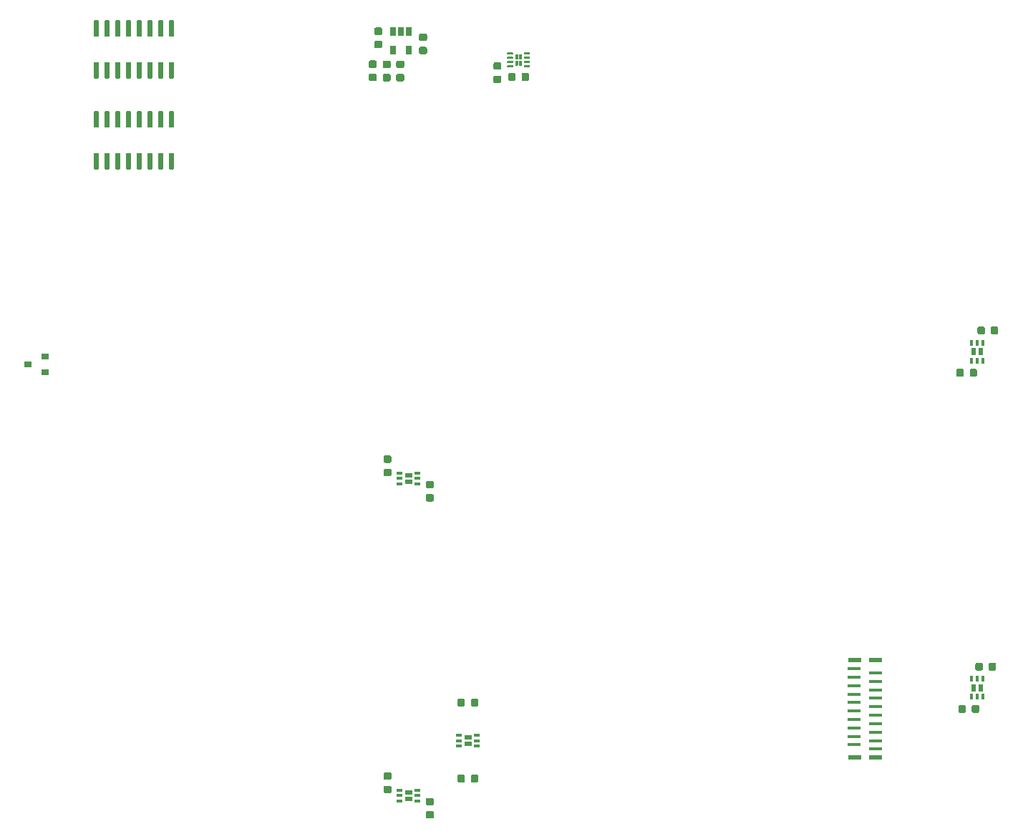
<source format=gbr>
G04 #@! TF.GenerationSoftware,KiCad,Pcbnew,(5.1.2)-2*
G04 #@! TF.CreationDate,2019-07-18T11:18:45-04:00*
G04 #@! TF.ProjectId,Burt,42757274-2e6b-4696-9361-645f70636258,rev?*
G04 #@! TF.SameCoordinates,Original*
G04 #@! TF.FileFunction,Paste,Top*
G04 #@! TF.FilePolarity,Positive*
%FSLAX46Y46*%
G04 Gerber Fmt 4.6, Leading zero omitted, Abs format (unit mm)*
G04 Created by KiCad (PCBNEW (5.1.2)-2) date 2019-07-18 11:18:45*
%MOMM*%
%LPD*%
G04 APERTURE LIST*
%ADD10C,0.100000*%
%ADD11C,0.875000*%
%ADD12R,0.350000X0.650000*%
%ADD13R,0.630000X0.820000*%
%ADD14R,0.650000X0.350000*%
%ADD15R,0.820000X0.630000*%
%ADD16R,0.900000X0.800000*%
%ADD17C,0.360000*%
%ADD18C,0.250000*%
%ADD19R,0.650000X1.060000*%
%ADD20C,0.600000*%
%ADD21R,1.600000X0.400000*%
%ADD22R,1.600000X0.600000*%
G04 APERTURE END LIST*
D10*
G36*
X-8472309Y49936447D02*
G01*
X-8451074Y49933297D01*
X-8430250Y49928081D01*
X-8410038Y49920849D01*
X-8390632Y49911670D01*
X-8372219Y49900634D01*
X-8354976Y49887846D01*
X-8339070Y49873430D01*
X-8324654Y49857524D01*
X-8311866Y49840281D01*
X-8300830Y49821868D01*
X-8291651Y49802462D01*
X-8284419Y49782250D01*
X-8279203Y49761426D01*
X-8276053Y49740191D01*
X-8275000Y49718750D01*
X-8275000Y49281250D01*
X-8276053Y49259809D01*
X-8279203Y49238574D01*
X-8284419Y49217750D01*
X-8291651Y49197538D01*
X-8300830Y49178132D01*
X-8311866Y49159719D01*
X-8324654Y49142476D01*
X-8339070Y49126570D01*
X-8354976Y49112154D01*
X-8372219Y49099366D01*
X-8390632Y49088330D01*
X-8410038Y49079151D01*
X-8430250Y49071919D01*
X-8451074Y49066703D01*
X-8472309Y49063553D01*
X-8493750Y49062500D01*
X-9006250Y49062500D01*
X-9027691Y49063553D01*
X-9048926Y49066703D01*
X-9069750Y49071919D01*
X-9089962Y49079151D01*
X-9109368Y49088330D01*
X-9127781Y49099366D01*
X-9145024Y49112154D01*
X-9160930Y49126570D01*
X-9175346Y49142476D01*
X-9188134Y49159719D01*
X-9199170Y49178132D01*
X-9208349Y49197538D01*
X-9215581Y49217750D01*
X-9220797Y49238574D01*
X-9223947Y49259809D01*
X-9225000Y49281250D01*
X-9225000Y49718750D01*
X-9223947Y49740191D01*
X-9220797Y49761426D01*
X-9215581Y49782250D01*
X-9208349Y49802462D01*
X-9199170Y49821868D01*
X-9188134Y49840281D01*
X-9175346Y49857524D01*
X-9160930Y49873430D01*
X-9145024Y49887846D01*
X-9127781Y49900634D01*
X-9109368Y49911670D01*
X-9089962Y49920849D01*
X-9069750Y49928081D01*
X-9048926Y49933297D01*
X-9027691Y49936447D01*
X-9006250Y49937500D01*
X-8493750Y49937500D01*
X-8472309Y49936447D01*
X-8472309Y49936447D01*
G37*
D11*
X-8750000Y49500000D03*
D10*
G36*
X-8472309Y48361447D02*
G01*
X-8451074Y48358297D01*
X-8430250Y48353081D01*
X-8410038Y48345849D01*
X-8390632Y48336670D01*
X-8372219Y48325634D01*
X-8354976Y48312846D01*
X-8339070Y48298430D01*
X-8324654Y48282524D01*
X-8311866Y48265281D01*
X-8300830Y48246868D01*
X-8291651Y48227462D01*
X-8284419Y48207250D01*
X-8279203Y48186426D01*
X-8276053Y48165191D01*
X-8275000Y48143750D01*
X-8275000Y47706250D01*
X-8276053Y47684809D01*
X-8279203Y47663574D01*
X-8284419Y47642750D01*
X-8291651Y47622538D01*
X-8300830Y47603132D01*
X-8311866Y47584719D01*
X-8324654Y47567476D01*
X-8339070Y47551570D01*
X-8354976Y47537154D01*
X-8372219Y47524366D01*
X-8390632Y47513330D01*
X-8410038Y47504151D01*
X-8430250Y47496919D01*
X-8451074Y47491703D01*
X-8472309Y47488553D01*
X-8493750Y47487500D01*
X-9006250Y47487500D01*
X-9027691Y47488553D01*
X-9048926Y47491703D01*
X-9069750Y47496919D01*
X-9089962Y47504151D01*
X-9109368Y47513330D01*
X-9127781Y47524366D01*
X-9145024Y47537154D01*
X-9160930Y47551570D01*
X-9175346Y47567476D01*
X-9188134Y47584719D01*
X-9199170Y47603132D01*
X-9208349Y47622538D01*
X-9215581Y47642750D01*
X-9220797Y47663574D01*
X-9223947Y47684809D01*
X-9225000Y47706250D01*
X-9225000Y48143750D01*
X-9223947Y48165191D01*
X-9220797Y48186426D01*
X-9215581Y48207250D01*
X-9208349Y48227462D01*
X-9199170Y48246868D01*
X-9188134Y48265281D01*
X-9175346Y48282524D01*
X-9160930Y48298430D01*
X-9145024Y48312846D01*
X-9127781Y48325634D01*
X-9109368Y48336670D01*
X-9089962Y48345849D01*
X-9069750Y48353081D01*
X-9048926Y48358297D01*
X-9027691Y48361447D01*
X-9006250Y48362500D01*
X-8493750Y48362500D01*
X-8472309Y48361447D01*
X-8472309Y48361447D01*
G37*
D11*
X-8750000Y47925000D03*
D10*
G36*
X-7822309Y52261447D02*
G01*
X-7801074Y52258297D01*
X-7780250Y52253081D01*
X-7760038Y52245849D01*
X-7740632Y52236670D01*
X-7722219Y52225634D01*
X-7704976Y52212846D01*
X-7689070Y52198430D01*
X-7674654Y52182524D01*
X-7661866Y52165281D01*
X-7650830Y52146868D01*
X-7641651Y52127462D01*
X-7634419Y52107250D01*
X-7629203Y52086426D01*
X-7626053Y52065191D01*
X-7625000Y52043750D01*
X-7625000Y51606250D01*
X-7626053Y51584809D01*
X-7629203Y51563574D01*
X-7634419Y51542750D01*
X-7641651Y51522538D01*
X-7650830Y51503132D01*
X-7661866Y51484719D01*
X-7674654Y51467476D01*
X-7689070Y51451570D01*
X-7704976Y51437154D01*
X-7722219Y51424366D01*
X-7740632Y51413330D01*
X-7760038Y51404151D01*
X-7780250Y51396919D01*
X-7801074Y51391703D01*
X-7822309Y51388553D01*
X-7843750Y51387500D01*
X-8356250Y51387500D01*
X-8377691Y51388553D01*
X-8398926Y51391703D01*
X-8419750Y51396919D01*
X-8439962Y51404151D01*
X-8459368Y51413330D01*
X-8477781Y51424366D01*
X-8495024Y51437154D01*
X-8510930Y51451570D01*
X-8525346Y51467476D01*
X-8538134Y51484719D01*
X-8549170Y51503132D01*
X-8558349Y51522538D01*
X-8565581Y51542750D01*
X-8570797Y51563574D01*
X-8573947Y51584809D01*
X-8575000Y51606250D01*
X-8575000Y52043750D01*
X-8573947Y52065191D01*
X-8570797Y52086426D01*
X-8565581Y52107250D01*
X-8558349Y52127462D01*
X-8549170Y52146868D01*
X-8538134Y52165281D01*
X-8525346Y52182524D01*
X-8510930Y52198430D01*
X-8495024Y52212846D01*
X-8477781Y52225634D01*
X-8459368Y52236670D01*
X-8439962Y52245849D01*
X-8419750Y52253081D01*
X-8398926Y52258297D01*
X-8377691Y52261447D01*
X-8356250Y52262500D01*
X-7843750Y52262500D01*
X-7822309Y52261447D01*
X-7822309Y52261447D01*
G37*
D11*
X-8100000Y51825000D03*
D10*
G36*
X-7822309Y53836447D02*
G01*
X-7801074Y53833297D01*
X-7780250Y53828081D01*
X-7760038Y53820849D01*
X-7740632Y53811670D01*
X-7722219Y53800634D01*
X-7704976Y53787846D01*
X-7689070Y53773430D01*
X-7674654Y53757524D01*
X-7661866Y53740281D01*
X-7650830Y53721868D01*
X-7641651Y53702462D01*
X-7634419Y53682250D01*
X-7629203Y53661426D01*
X-7626053Y53640191D01*
X-7625000Y53618750D01*
X-7625000Y53181250D01*
X-7626053Y53159809D01*
X-7629203Y53138574D01*
X-7634419Y53117750D01*
X-7641651Y53097538D01*
X-7650830Y53078132D01*
X-7661866Y53059719D01*
X-7674654Y53042476D01*
X-7689070Y53026570D01*
X-7704976Y53012154D01*
X-7722219Y52999366D01*
X-7740632Y52988330D01*
X-7760038Y52979151D01*
X-7780250Y52971919D01*
X-7801074Y52966703D01*
X-7822309Y52963553D01*
X-7843750Y52962500D01*
X-8356250Y52962500D01*
X-8377691Y52963553D01*
X-8398926Y52966703D01*
X-8419750Y52971919D01*
X-8439962Y52979151D01*
X-8459368Y52988330D01*
X-8477781Y52999366D01*
X-8495024Y53012154D01*
X-8510930Y53026570D01*
X-8525346Y53042476D01*
X-8538134Y53059719D01*
X-8549170Y53078132D01*
X-8558349Y53097538D01*
X-8565581Y53117750D01*
X-8570797Y53138574D01*
X-8573947Y53159809D01*
X-8575000Y53181250D01*
X-8575000Y53618750D01*
X-8573947Y53640191D01*
X-8570797Y53661426D01*
X-8565581Y53682250D01*
X-8558349Y53702462D01*
X-8549170Y53721868D01*
X-8538134Y53740281D01*
X-8525346Y53757524D01*
X-8510930Y53773430D01*
X-8495024Y53787846D01*
X-8477781Y53800634D01*
X-8459368Y53811670D01*
X-8439962Y53820849D01*
X-8419750Y53828081D01*
X-8398926Y53833297D01*
X-8377691Y53836447D01*
X-8356250Y53837500D01*
X-7843750Y53837500D01*
X-7822309Y53836447D01*
X-7822309Y53836447D01*
G37*
D11*
X-8100000Y53400000D03*
D10*
G36*
X-6822309Y48348947D02*
G01*
X-6801074Y48345797D01*
X-6780250Y48340581D01*
X-6760038Y48333349D01*
X-6740632Y48324170D01*
X-6722219Y48313134D01*
X-6704976Y48300346D01*
X-6689070Y48285930D01*
X-6674654Y48270024D01*
X-6661866Y48252781D01*
X-6650830Y48234368D01*
X-6641651Y48214962D01*
X-6634419Y48194750D01*
X-6629203Y48173926D01*
X-6626053Y48152691D01*
X-6625000Y48131250D01*
X-6625000Y47693750D01*
X-6626053Y47672309D01*
X-6629203Y47651074D01*
X-6634419Y47630250D01*
X-6641651Y47610038D01*
X-6650830Y47590632D01*
X-6661866Y47572219D01*
X-6674654Y47554976D01*
X-6689070Y47539070D01*
X-6704976Y47524654D01*
X-6722219Y47511866D01*
X-6740632Y47500830D01*
X-6760038Y47491651D01*
X-6780250Y47484419D01*
X-6801074Y47479203D01*
X-6822309Y47476053D01*
X-6843750Y47475000D01*
X-7356250Y47475000D01*
X-7377691Y47476053D01*
X-7398926Y47479203D01*
X-7419750Y47484419D01*
X-7439962Y47491651D01*
X-7459368Y47500830D01*
X-7477781Y47511866D01*
X-7495024Y47524654D01*
X-7510930Y47539070D01*
X-7525346Y47554976D01*
X-7538134Y47572219D01*
X-7549170Y47590632D01*
X-7558349Y47610038D01*
X-7565581Y47630250D01*
X-7570797Y47651074D01*
X-7573947Y47672309D01*
X-7575000Y47693750D01*
X-7575000Y48131250D01*
X-7573947Y48152691D01*
X-7570797Y48173926D01*
X-7565581Y48194750D01*
X-7558349Y48214962D01*
X-7549170Y48234368D01*
X-7538134Y48252781D01*
X-7525346Y48270024D01*
X-7510930Y48285930D01*
X-7495024Y48300346D01*
X-7477781Y48313134D01*
X-7459368Y48324170D01*
X-7439962Y48333349D01*
X-7419750Y48340581D01*
X-7398926Y48345797D01*
X-7377691Y48348947D01*
X-7356250Y48350000D01*
X-6843750Y48350000D01*
X-6822309Y48348947D01*
X-6822309Y48348947D01*
G37*
D11*
X-7100000Y47912500D03*
D10*
G36*
X-6822309Y49923947D02*
G01*
X-6801074Y49920797D01*
X-6780250Y49915581D01*
X-6760038Y49908349D01*
X-6740632Y49899170D01*
X-6722219Y49888134D01*
X-6704976Y49875346D01*
X-6689070Y49860930D01*
X-6674654Y49845024D01*
X-6661866Y49827781D01*
X-6650830Y49809368D01*
X-6641651Y49789962D01*
X-6634419Y49769750D01*
X-6629203Y49748926D01*
X-6626053Y49727691D01*
X-6625000Y49706250D01*
X-6625000Y49268750D01*
X-6626053Y49247309D01*
X-6629203Y49226074D01*
X-6634419Y49205250D01*
X-6641651Y49185038D01*
X-6650830Y49165632D01*
X-6661866Y49147219D01*
X-6674654Y49129976D01*
X-6689070Y49114070D01*
X-6704976Y49099654D01*
X-6722219Y49086866D01*
X-6740632Y49075830D01*
X-6760038Y49066651D01*
X-6780250Y49059419D01*
X-6801074Y49054203D01*
X-6822309Y49051053D01*
X-6843750Y49050000D01*
X-7356250Y49050000D01*
X-7377691Y49051053D01*
X-7398926Y49054203D01*
X-7419750Y49059419D01*
X-7439962Y49066651D01*
X-7459368Y49075830D01*
X-7477781Y49086866D01*
X-7495024Y49099654D01*
X-7510930Y49114070D01*
X-7525346Y49129976D01*
X-7538134Y49147219D01*
X-7549170Y49165632D01*
X-7558349Y49185038D01*
X-7565581Y49205250D01*
X-7570797Y49226074D01*
X-7573947Y49247309D01*
X-7575000Y49268750D01*
X-7575000Y49706250D01*
X-7573947Y49727691D01*
X-7570797Y49748926D01*
X-7565581Y49769750D01*
X-7558349Y49789962D01*
X-7549170Y49809368D01*
X-7538134Y49827781D01*
X-7525346Y49845024D01*
X-7510930Y49860930D01*
X-7495024Y49875346D01*
X-7477781Y49888134D01*
X-7459368Y49899170D01*
X-7439962Y49908349D01*
X-7419750Y49915581D01*
X-7398926Y49920797D01*
X-7377691Y49923947D01*
X-7356250Y49925000D01*
X-6843750Y49925000D01*
X-6822309Y49923947D01*
X-6822309Y49923947D01*
G37*
D11*
X-7100000Y49487500D03*
D12*
X62100000Y14450000D03*
X62750000Y14450000D03*
X63400000Y14450000D03*
X63400000Y16550000D03*
X62750000Y16550000D03*
X62100000Y16550000D03*
D13*
X62350000Y15500000D03*
X63150000Y15500000D03*
D12*
X62100000Y-25300000D03*
X62750000Y-25300000D03*
X63400000Y-25300000D03*
X63400000Y-23200000D03*
X62750000Y-23200000D03*
X62100000Y-23200000D03*
D13*
X62350000Y-24250000D03*
X63150000Y-24250000D03*
D14*
X1450000Y-29850000D03*
X1450000Y-30500000D03*
X1450000Y-31150000D03*
X3550000Y-31150000D03*
X3550000Y-30500000D03*
X3550000Y-29850000D03*
D15*
X2500000Y-30100000D03*
X2500000Y-30900000D03*
X-4500000Y100000D03*
X-4500000Y900000D03*
D14*
X-3450000Y1150000D03*
X-3450000Y500000D03*
X-3450000Y-150000D03*
X-5550000Y-150000D03*
X-5550000Y500000D03*
X-5550000Y1150000D03*
D10*
G36*
X62777691Y-26276053D02*
G01*
X62798926Y-26279203D01*
X62819750Y-26284419D01*
X62839962Y-26291651D01*
X62859368Y-26300830D01*
X62877781Y-26311866D01*
X62895024Y-26324654D01*
X62910930Y-26339070D01*
X62925346Y-26354976D01*
X62938134Y-26372219D01*
X62949170Y-26390632D01*
X62958349Y-26410038D01*
X62965581Y-26430250D01*
X62970797Y-26451074D01*
X62973947Y-26472309D01*
X62975000Y-26493750D01*
X62975000Y-27006250D01*
X62973947Y-27027691D01*
X62970797Y-27048926D01*
X62965581Y-27069750D01*
X62958349Y-27089962D01*
X62949170Y-27109368D01*
X62938134Y-27127781D01*
X62925346Y-27145024D01*
X62910930Y-27160930D01*
X62895024Y-27175346D01*
X62877781Y-27188134D01*
X62859368Y-27199170D01*
X62839962Y-27208349D01*
X62819750Y-27215581D01*
X62798926Y-27220797D01*
X62777691Y-27223947D01*
X62756250Y-27225000D01*
X62318750Y-27225000D01*
X62297309Y-27223947D01*
X62276074Y-27220797D01*
X62255250Y-27215581D01*
X62235038Y-27208349D01*
X62215632Y-27199170D01*
X62197219Y-27188134D01*
X62179976Y-27175346D01*
X62164070Y-27160930D01*
X62149654Y-27145024D01*
X62136866Y-27127781D01*
X62125830Y-27109368D01*
X62116651Y-27089962D01*
X62109419Y-27069750D01*
X62104203Y-27048926D01*
X62101053Y-27027691D01*
X62100000Y-27006250D01*
X62100000Y-26493750D01*
X62101053Y-26472309D01*
X62104203Y-26451074D01*
X62109419Y-26430250D01*
X62116651Y-26410038D01*
X62125830Y-26390632D01*
X62136866Y-26372219D01*
X62149654Y-26354976D01*
X62164070Y-26339070D01*
X62179976Y-26324654D01*
X62197219Y-26311866D01*
X62215632Y-26300830D01*
X62235038Y-26291651D01*
X62255250Y-26284419D01*
X62276074Y-26279203D01*
X62297309Y-26276053D01*
X62318750Y-26275000D01*
X62756250Y-26275000D01*
X62777691Y-26276053D01*
X62777691Y-26276053D01*
G37*
D11*
X62537500Y-26750000D03*
D10*
G36*
X61202691Y-26276053D02*
G01*
X61223926Y-26279203D01*
X61244750Y-26284419D01*
X61264962Y-26291651D01*
X61284368Y-26300830D01*
X61302781Y-26311866D01*
X61320024Y-26324654D01*
X61335930Y-26339070D01*
X61350346Y-26354976D01*
X61363134Y-26372219D01*
X61374170Y-26390632D01*
X61383349Y-26410038D01*
X61390581Y-26430250D01*
X61395797Y-26451074D01*
X61398947Y-26472309D01*
X61400000Y-26493750D01*
X61400000Y-27006250D01*
X61398947Y-27027691D01*
X61395797Y-27048926D01*
X61390581Y-27069750D01*
X61383349Y-27089962D01*
X61374170Y-27109368D01*
X61363134Y-27127781D01*
X61350346Y-27145024D01*
X61335930Y-27160930D01*
X61320024Y-27175346D01*
X61302781Y-27188134D01*
X61284368Y-27199170D01*
X61264962Y-27208349D01*
X61244750Y-27215581D01*
X61223926Y-27220797D01*
X61202691Y-27223947D01*
X61181250Y-27225000D01*
X60743750Y-27225000D01*
X60722309Y-27223947D01*
X60701074Y-27220797D01*
X60680250Y-27215581D01*
X60660038Y-27208349D01*
X60640632Y-27199170D01*
X60622219Y-27188134D01*
X60604976Y-27175346D01*
X60589070Y-27160930D01*
X60574654Y-27145024D01*
X60561866Y-27127781D01*
X60550830Y-27109368D01*
X60541651Y-27089962D01*
X60534419Y-27069750D01*
X60529203Y-27048926D01*
X60526053Y-27027691D01*
X60525000Y-27006250D01*
X60525000Y-26493750D01*
X60526053Y-26472309D01*
X60529203Y-26451074D01*
X60534419Y-26430250D01*
X60541651Y-26410038D01*
X60550830Y-26390632D01*
X60561866Y-26372219D01*
X60574654Y-26354976D01*
X60589070Y-26339070D01*
X60604976Y-26324654D01*
X60622219Y-26311866D01*
X60640632Y-26300830D01*
X60660038Y-26291651D01*
X60680250Y-26284419D01*
X60701074Y-26279203D01*
X60722309Y-26276053D01*
X60743750Y-26275000D01*
X61181250Y-26275000D01*
X61202691Y-26276053D01*
X61202691Y-26276053D01*
G37*
D11*
X60962500Y-26750000D03*
D10*
G36*
X63202691Y-21276053D02*
G01*
X63223926Y-21279203D01*
X63244750Y-21284419D01*
X63264962Y-21291651D01*
X63284368Y-21300830D01*
X63302781Y-21311866D01*
X63320024Y-21324654D01*
X63335930Y-21339070D01*
X63350346Y-21354976D01*
X63363134Y-21372219D01*
X63374170Y-21390632D01*
X63383349Y-21410038D01*
X63390581Y-21430250D01*
X63395797Y-21451074D01*
X63398947Y-21472309D01*
X63400000Y-21493750D01*
X63400000Y-22006250D01*
X63398947Y-22027691D01*
X63395797Y-22048926D01*
X63390581Y-22069750D01*
X63383349Y-22089962D01*
X63374170Y-22109368D01*
X63363134Y-22127781D01*
X63350346Y-22145024D01*
X63335930Y-22160930D01*
X63320024Y-22175346D01*
X63302781Y-22188134D01*
X63284368Y-22199170D01*
X63264962Y-22208349D01*
X63244750Y-22215581D01*
X63223926Y-22220797D01*
X63202691Y-22223947D01*
X63181250Y-22225000D01*
X62743750Y-22225000D01*
X62722309Y-22223947D01*
X62701074Y-22220797D01*
X62680250Y-22215581D01*
X62660038Y-22208349D01*
X62640632Y-22199170D01*
X62622219Y-22188134D01*
X62604976Y-22175346D01*
X62589070Y-22160930D01*
X62574654Y-22145024D01*
X62561866Y-22127781D01*
X62550830Y-22109368D01*
X62541651Y-22089962D01*
X62534419Y-22069750D01*
X62529203Y-22048926D01*
X62526053Y-22027691D01*
X62525000Y-22006250D01*
X62525000Y-21493750D01*
X62526053Y-21472309D01*
X62529203Y-21451074D01*
X62534419Y-21430250D01*
X62541651Y-21410038D01*
X62550830Y-21390632D01*
X62561866Y-21372219D01*
X62574654Y-21354976D01*
X62589070Y-21339070D01*
X62604976Y-21324654D01*
X62622219Y-21311866D01*
X62640632Y-21300830D01*
X62660038Y-21291651D01*
X62680250Y-21284419D01*
X62701074Y-21279203D01*
X62722309Y-21276053D01*
X62743750Y-21275000D01*
X63181250Y-21275000D01*
X63202691Y-21276053D01*
X63202691Y-21276053D01*
G37*
D11*
X62962500Y-21750000D03*
D10*
G36*
X64777691Y-21276053D02*
G01*
X64798926Y-21279203D01*
X64819750Y-21284419D01*
X64839962Y-21291651D01*
X64859368Y-21300830D01*
X64877781Y-21311866D01*
X64895024Y-21324654D01*
X64910930Y-21339070D01*
X64925346Y-21354976D01*
X64938134Y-21372219D01*
X64949170Y-21390632D01*
X64958349Y-21410038D01*
X64965581Y-21430250D01*
X64970797Y-21451074D01*
X64973947Y-21472309D01*
X64975000Y-21493750D01*
X64975000Y-22006250D01*
X64973947Y-22027691D01*
X64970797Y-22048926D01*
X64965581Y-22069750D01*
X64958349Y-22089962D01*
X64949170Y-22109368D01*
X64938134Y-22127781D01*
X64925346Y-22145024D01*
X64910930Y-22160930D01*
X64895024Y-22175346D01*
X64877781Y-22188134D01*
X64859368Y-22199170D01*
X64839962Y-22208349D01*
X64819750Y-22215581D01*
X64798926Y-22220797D01*
X64777691Y-22223947D01*
X64756250Y-22225000D01*
X64318750Y-22225000D01*
X64297309Y-22223947D01*
X64276074Y-22220797D01*
X64255250Y-22215581D01*
X64235038Y-22208349D01*
X64215632Y-22199170D01*
X64197219Y-22188134D01*
X64179976Y-22175346D01*
X64164070Y-22160930D01*
X64149654Y-22145024D01*
X64136866Y-22127781D01*
X64125830Y-22109368D01*
X64116651Y-22089962D01*
X64109419Y-22069750D01*
X64104203Y-22048926D01*
X64101053Y-22027691D01*
X64100000Y-22006250D01*
X64100000Y-21493750D01*
X64101053Y-21472309D01*
X64104203Y-21451074D01*
X64109419Y-21430250D01*
X64116651Y-21410038D01*
X64125830Y-21390632D01*
X64136866Y-21372219D01*
X64149654Y-21354976D01*
X64164070Y-21339070D01*
X64179976Y-21324654D01*
X64197219Y-21311866D01*
X64215632Y-21300830D01*
X64235038Y-21291651D01*
X64255250Y-21284419D01*
X64276074Y-21279203D01*
X64297309Y-21276053D01*
X64318750Y-21275000D01*
X64756250Y-21275000D01*
X64777691Y-21276053D01*
X64777691Y-21276053D01*
G37*
D11*
X64537500Y-21750000D03*
D10*
G36*
X1952691Y-25526053D02*
G01*
X1973926Y-25529203D01*
X1994750Y-25534419D01*
X2014962Y-25541651D01*
X2034368Y-25550830D01*
X2052781Y-25561866D01*
X2070024Y-25574654D01*
X2085930Y-25589070D01*
X2100346Y-25604976D01*
X2113134Y-25622219D01*
X2124170Y-25640632D01*
X2133349Y-25660038D01*
X2140581Y-25680250D01*
X2145797Y-25701074D01*
X2148947Y-25722309D01*
X2150000Y-25743750D01*
X2150000Y-26256250D01*
X2148947Y-26277691D01*
X2145797Y-26298926D01*
X2140581Y-26319750D01*
X2133349Y-26339962D01*
X2124170Y-26359368D01*
X2113134Y-26377781D01*
X2100346Y-26395024D01*
X2085930Y-26410930D01*
X2070024Y-26425346D01*
X2052781Y-26438134D01*
X2034368Y-26449170D01*
X2014962Y-26458349D01*
X1994750Y-26465581D01*
X1973926Y-26470797D01*
X1952691Y-26473947D01*
X1931250Y-26475000D01*
X1493750Y-26475000D01*
X1472309Y-26473947D01*
X1451074Y-26470797D01*
X1430250Y-26465581D01*
X1410038Y-26458349D01*
X1390632Y-26449170D01*
X1372219Y-26438134D01*
X1354976Y-26425346D01*
X1339070Y-26410930D01*
X1324654Y-26395024D01*
X1311866Y-26377781D01*
X1300830Y-26359368D01*
X1291651Y-26339962D01*
X1284419Y-26319750D01*
X1279203Y-26298926D01*
X1276053Y-26277691D01*
X1275000Y-26256250D01*
X1275000Y-25743750D01*
X1276053Y-25722309D01*
X1279203Y-25701074D01*
X1284419Y-25680250D01*
X1291651Y-25660038D01*
X1300830Y-25640632D01*
X1311866Y-25622219D01*
X1324654Y-25604976D01*
X1339070Y-25589070D01*
X1354976Y-25574654D01*
X1372219Y-25561866D01*
X1390632Y-25550830D01*
X1410038Y-25541651D01*
X1430250Y-25534419D01*
X1451074Y-25529203D01*
X1472309Y-25526053D01*
X1493750Y-25525000D01*
X1931250Y-25525000D01*
X1952691Y-25526053D01*
X1952691Y-25526053D01*
G37*
D11*
X1712500Y-26000000D03*
D10*
G36*
X3527691Y-25526053D02*
G01*
X3548926Y-25529203D01*
X3569750Y-25534419D01*
X3589962Y-25541651D01*
X3609368Y-25550830D01*
X3627781Y-25561866D01*
X3645024Y-25574654D01*
X3660930Y-25589070D01*
X3675346Y-25604976D01*
X3688134Y-25622219D01*
X3699170Y-25640632D01*
X3708349Y-25660038D01*
X3715581Y-25680250D01*
X3720797Y-25701074D01*
X3723947Y-25722309D01*
X3725000Y-25743750D01*
X3725000Y-26256250D01*
X3723947Y-26277691D01*
X3720797Y-26298926D01*
X3715581Y-26319750D01*
X3708349Y-26339962D01*
X3699170Y-26359368D01*
X3688134Y-26377781D01*
X3675346Y-26395024D01*
X3660930Y-26410930D01*
X3645024Y-26425346D01*
X3627781Y-26438134D01*
X3609368Y-26449170D01*
X3589962Y-26458349D01*
X3569750Y-26465581D01*
X3548926Y-26470797D01*
X3527691Y-26473947D01*
X3506250Y-26475000D01*
X3068750Y-26475000D01*
X3047309Y-26473947D01*
X3026074Y-26470797D01*
X3005250Y-26465581D01*
X2985038Y-26458349D01*
X2965632Y-26449170D01*
X2947219Y-26438134D01*
X2929976Y-26425346D01*
X2914070Y-26410930D01*
X2899654Y-26395024D01*
X2886866Y-26377781D01*
X2875830Y-26359368D01*
X2866651Y-26339962D01*
X2859419Y-26319750D01*
X2854203Y-26298926D01*
X2851053Y-26277691D01*
X2850000Y-26256250D01*
X2850000Y-25743750D01*
X2851053Y-25722309D01*
X2854203Y-25701074D01*
X2859419Y-25680250D01*
X2866651Y-25660038D01*
X2875830Y-25640632D01*
X2886866Y-25622219D01*
X2899654Y-25604976D01*
X2914070Y-25589070D01*
X2929976Y-25574654D01*
X2947219Y-25561866D01*
X2965632Y-25550830D01*
X2985038Y-25541651D01*
X3005250Y-25534419D01*
X3026074Y-25529203D01*
X3047309Y-25526053D01*
X3068750Y-25525000D01*
X3506250Y-25525000D01*
X3527691Y-25526053D01*
X3527691Y-25526053D01*
G37*
D11*
X3287500Y-26000000D03*
D10*
G36*
X6277691Y49723947D02*
G01*
X6298926Y49720797D01*
X6319750Y49715581D01*
X6339962Y49708349D01*
X6359368Y49699170D01*
X6377781Y49688134D01*
X6395024Y49675346D01*
X6410930Y49660930D01*
X6425346Y49645024D01*
X6438134Y49627781D01*
X6449170Y49609368D01*
X6458349Y49589962D01*
X6465581Y49569750D01*
X6470797Y49548926D01*
X6473947Y49527691D01*
X6475000Y49506250D01*
X6475000Y49068750D01*
X6473947Y49047309D01*
X6470797Y49026074D01*
X6465581Y49005250D01*
X6458349Y48985038D01*
X6449170Y48965632D01*
X6438134Y48947219D01*
X6425346Y48929976D01*
X6410930Y48914070D01*
X6395024Y48899654D01*
X6377781Y48886866D01*
X6359368Y48875830D01*
X6339962Y48866651D01*
X6319750Y48859419D01*
X6298926Y48854203D01*
X6277691Y48851053D01*
X6256250Y48850000D01*
X5743750Y48850000D01*
X5722309Y48851053D01*
X5701074Y48854203D01*
X5680250Y48859419D01*
X5660038Y48866651D01*
X5640632Y48875830D01*
X5622219Y48886866D01*
X5604976Y48899654D01*
X5589070Y48914070D01*
X5574654Y48929976D01*
X5561866Y48947219D01*
X5550830Y48965632D01*
X5541651Y48985038D01*
X5534419Y49005250D01*
X5529203Y49026074D01*
X5526053Y49047309D01*
X5525000Y49068750D01*
X5525000Y49506250D01*
X5526053Y49527691D01*
X5529203Y49548926D01*
X5534419Y49569750D01*
X5541651Y49589962D01*
X5550830Y49609368D01*
X5561866Y49627781D01*
X5574654Y49645024D01*
X5589070Y49660930D01*
X5604976Y49675346D01*
X5622219Y49688134D01*
X5640632Y49699170D01*
X5660038Y49708349D01*
X5680250Y49715581D01*
X5701074Y49720797D01*
X5722309Y49723947D01*
X5743750Y49725000D01*
X6256250Y49725000D01*
X6277691Y49723947D01*
X6277691Y49723947D01*
G37*
D11*
X6000000Y49287500D03*
D10*
G36*
X6277691Y48148947D02*
G01*
X6298926Y48145797D01*
X6319750Y48140581D01*
X6339962Y48133349D01*
X6359368Y48124170D01*
X6377781Y48113134D01*
X6395024Y48100346D01*
X6410930Y48085930D01*
X6425346Y48070024D01*
X6438134Y48052781D01*
X6449170Y48034368D01*
X6458349Y48014962D01*
X6465581Y47994750D01*
X6470797Y47973926D01*
X6473947Y47952691D01*
X6475000Y47931250D01*
X6475000Y47493750D01*
X6473947Y47472309D01*
X6470797Y47451074D01*
X6465581Y47430250D01*
X6458349Y47410038D01*
X6449170Y47390632D01*
X6438134Y47372219D01*
X6425346Y47354976D01*
X6410930Y47339070D01*
X6395024Y47324654D01*
X6377781Y47311866D01*
X6359368Y47300830D01*
X6339962Y47291651D01*
X6319750Y47284419D01*
X6298926Y47279203D01*
X6277691Y47276053D01*
X6256250Y47275000D01*
X5743750Y47275000D01*
X5722309Y47276053D01*
X5701074Y47279203D01*
X5680250Y47284419D01*
X5660038Y47291651D01*
X5640632Y47300830D01*
X5622219Y47311866D01*
X5604976Y47324654D01*
X5589070Y47339070D01*
X5574654Y47354976D01*
X5561866Y47372219D01*
X5550830Y47390632D01*
X5541651Y47410038D01*
X5534419Y47430250D01*
X5529203Y47451074D01*
X5526053Y47472309D01*
X5525000Y47493750D01*
X5525000Y47931250D01*
X5526053Y47952691D01*
X5529203Y47973926D01*
X5534419Y47994750D01*
X5541651Y48014962D01*
X5550830Y48034368D01*
X5561866Y48052781D01*
X5574654Y48070024D01*
X5589070Y48085930D01*
X5604976Y48100346D01*
X5622219Y48113134D01*
X5640632Y48124170D01*
X5660038Y48133349D01*
X5680250Y48140581D01*
X5701074Y48145797D01*
X5722309Y48148947D01*
X5743750Y48150000D01*
X6256250Y48150000D01*
X6277691Y48148947D01*
X6277691Y48148947D01*
G37*
D11*
X6000000Y47712500D03*
D10*
G36*
X9527691Y48473947D02*
G01*
X9548926Y48470797D01*
X9569750Y48465581D01*
X9589962Y48458349D01*
X9609368Y48449170D01*
X9627781Y48438134D01*
X9645024Y48425346D01*
X9660930Y48410930D01*
X9675346Y48395024D01*
X9688134Y48377781D01*
X9699170Y48359368D01*
X9708349Y48339962D01*
X9715581Y48319750D01*
X9720797Y48298926D01*
X9723947Y48277691D01*
X9725000Y48256250D01*
X9725000Y47743750D01*
X9723947Y47722309D01*
X9720797Y47701074D01*
X9715581Y47680250D01*
X9708349Y47660038D01*
X9699170Y47640632D01*
X9688134Y47622219D01*
X9675346Y47604976D01*
X9660930Y47589070D01*
X9645024Y47574654D01*
X9627781Y47561866D01*
X9609368Y47550830D01*
X9589962Y47541651D01*
X9569750Y47534419D01*
X9548926Y47529203D01*
X9527691Y47526053D01*
X9506250Y47525000D01*
X9068750Y47525000D01*
X9047309Y47526053D01*
X9026074Y47529203D01*
X9005250Y47534419D01*
X8985038Y47541651D01*
X8965632Y47550830D01*
X8947219Y47561866D01*
X8929976Y47574654D01*
X8914070Y47589070D01*
X8899654Y47604976D01*
X8886866Y47622219D01*
X8875830Y47640632D01*
X8866651Y47660038D01*
X8859419Y47680250D01*
X8854203Y47701074D01*
X8851053Y47722309D01*
X8850000Y47743750D01*
X8850000Y48256250D01*
X8851053Y48277691D01*
X8854203Y48298926D01*
X8859419Y48319750D01*
X8866651Y48339962D01*
X8875830Y48359368D01*
X8886866Y48377781D01*
X8899654Y48395024D01*
X8914070Y48410930D01*
X8929976Y48425346D01*
X8947219Y48438134D01*
X8965632Y48449170D01*
X8985038Y48458349D01*
X9005250Y48465581D01*
X9026074Y48470797D01*
X9047309Y48473947D01*
X9068750Y48475000D01*
X9506250Y48475000D01*
X9527691Y48473947D01*
X9527691Y48473947D01*
G37*
D11*
X9287500Y48000000D03*
D10*
G36*
X7952691Y48473947D02*
G01*
X7973926Y48470797D01*
X7994750Y48465581D01*
X8014962Y48458349D01*
X8034368Y48449170D01*
X8052781Y48438134D01*
X8070024Y48425346D01*
X8085930Y48410930D01*
X8100346Y48395024D01*
X8113134Y48377781D01*
X8124170Y48359368D01*
X8133349Y48339962D01*
X8140581Y48319750D01*
X8145797Y48298926D01*
X8148947Y48277691D01*
X8150000Y48256250D01*
X8150000Y47743750D01*
X8148947Y47722309D01*
X8145797Y47701074D01*
X8140581Y47680250D01*
X8133349Y47660038D01*
X8124170Y47640632D01*
X8113134Y47622219D01*
X8100346Y47604976D01*
X8085930Y47589070D01*
X8070024Y47574654D01*
X8052781Y47561866D01*
X8034368Y47550830D01*
X8014962Y47541651D01*
X7994750Y47534419D01*
X7973926Y47529203D01*
X7952691Y47526053D01*
X7931250Y47525000D01*
X7493750Y47525000D01*
X7472309Y47526053D01*
X7451074Y47529203D01*
X7430250Y47534419D01*
X7410038Y47541651D01*
X7390632Y47550830D01*
X7372219Y47561866D01*
X7354976Y47574654D01*
X7339070Y47589070D01*
X7324654Y47604976D01*
X7311866Y47622219D01*
X7300830Y47640632D01*
X7291651Y47660038D01*
X7284419Y47680250D01*
X7279203Y47701074D01*
X7276053Y47722309D01*
X7275000Y47743750D01*
X7275000Y48256250D01*
X7276053Y48277691D01*
X7279203Y48298926D01*
X7284419Y48319750D01*
X7291651Y48339962D01*
X7300830Y48359368D01*
X7311866Y48377781D01*
X7324654Y48395024D01*
X7339070Y48410930D01*
X7354976Y48425346D01*
X7372219Y48438134D01*
X7390632Y48449170D01*
X7410038Y48458349D01*
X7430250Y48465581D01*
X7451074Y48470797D01*
X7472309Y48473947D01*
X7493750Y48475000D01*
X7931250Y48475000D01*
X7952691Y48473947D01*
X7952691Y48473947D01*
G37*
D11*
X7712500Y48000000D03*
D10*
G36*
X-5222309Y48348947D02*
G01*
X-5201074Y48345797D01*
X-5180250Y48340581D01*
X-5160038Y48333349D01*
X-5140632Y48324170D01*
X-5122219Y48313134D01*
X-5104976Y48300346D01*
X-5089070Y48285930D01*
X-5074654Y48270024D01*
X-5061866Y48252781D01*
X-5050830Y48234368D01*
X-5041651Y48214962D01*
X-5034419Y48194750D01*
X-5029203Y48173926D01*
X-5026053Y48152691D01*
X-5025000Y48131250D01*
X-5025000Y47693750D01*
X-5026053Y47672309D01*
X-5029203Y47651074D01*
X-5034419Y47630250D01*
X-5041651Y47610038D01*
X-5050830Y47590632D01*
X-5061866Y47572219D01*
X-5074654Y47554976D01*
X-5089070Y47539070D01*
X-5104976Y47524654D01*
X-5122219Y47511866D01*
X-5140632Y47500830D01*
X-5160038Y47491651D01*
X-5180250Y47484419D01*
X-5201074Y47479203D01*
X-5222309Y47476053D01*
X-5243750Y47475000D01*
X-5756250Y47475000D01*
X-5777691Y47476053D01*
X-5798926Y47479203D01*
X-5819750Y47484419D01*
X-5839962Y47491651D01*
X-5859368Y47500830D01*
X-5877781Y47511866D01*
X-5895024Y47524654D01*
X-5910930Y47539070D01*
X-5925346Y47554976D01*
X-5938134Y47572219D01*
X-5949170Y47590632D01*
X-5958349Y47610038D01*
X-5965581Y47630250D01*
X-5970797Y47651074D01*
X-5973947Y47672309D01*
X-5975000Y47693750D01*
X-5975000Y48131250D01*
X-5973947Y48152691D01*
X-5970797Y48173926D01*
X-5965581Y48194750D01*
X-5958349Y48214962D01*
X-5949170Y48234368D01*
X-5938134Y48252781D01*
X-5925346Y48270024D01*
X-5910930Y48285930D01*
X-5895024Y48300346D01*
X-5877781Y48313134D01*
X-5859368Y48324170D01*
X-5839962Y48333349D01*
X-5819750Y48340581D01*
X-5798926Y48345797D01*
X-5777691Y48348947D01*
X-5756250Y48350000D01*
X-5243750Y48350000D01*
X-5222309Y48348947D01*
X-5222309Y48348947D01*
G37*
D11*
X-5500000Y47912500D03*
D10*
G36*
X-5222309Y49923947D02*
G01*
X-5201074Y49920797D01*
X-5180250Y49915581D01*
X-5160038Y49908349D01*
X-5140632Y49899170D01*
X-5122219Y49888134D01*
X-5104976Y49875346D01*
X-5089070Y49860930D01*
X-5074654Y49845024D01*
X-5061866Y49827781D01*
X-5050830Y49809368D01*
X-5041651Y49789962D01*
X-5034419Y49769750D01*
X-5029203Y49748926D01*
X-5026053Y49727691D01*
X-5025000Y49706250D01*
X-5025000Y49268750D01*
X-5026053Y49247309D01*
X-5029203Y49226074D01*
X-5034419Y49205250D01*
X-5041651Y49185038D01*
X-5050830Y49165632D01*
X-5061866Y49147219D01*
X-5074654Y49129976D01*
X-5089070Y49114070D01*
X-5104976Y49099654D01*
X-5122219Y49086866D01*
X-5140632Y49075830D01*
X-5160038Y49066651D01*
X-5180250Y49059419D01*
X-5201074Y49054203D01*
X-5222309Y49051053D01*
X-5243750Y49050000D01*
X-5756250Y49050000D01*
X-5777691Y49051053D01*
X-5798926Y49054203D01*
X-5819750Y49059419D01*
X-5839962Y49066651D01*
X-5859368Y49075830D01*
X-5877781Y49086866D01*
X-5895024Y49099654D01*
X-5910930Y49114070D01*
X-5925346Y49129976D01*
X-5938134Y49147219D01*
X-5949170Y49165632D01*
X-5958349Y49185038D01*
X-5965581Y49205250D01*
X-5970797Y49226074D01*
X-5973947Y49247309D01*
X-5975000Y49268750D01*
X-5975000Y49706250D01*
X-5973947Y49727691D01*
X-5970797Y49748926D01*
X-5965581Y49769750D01*
X-5958349Y49789962D01*
X-5949170Y49809368D01*
X-5938134Y49827781D01*
X-5925346Y49845024D01*
X-5910930Y49860930D01*
X-5895024Y49875346D01*
X-5877781Y49888134D01*
X-5859368Y49899170D01*
X-5839962Y49908349D01*
X-5819750Y49915581D01*
X-5798926Y49920797D01*
X-5777691Y49923947D01*
X-5756250Y49925000D01*
X-5243750Y49925000D01*
X-5222309Y49923947D01*
X-5222309Y49923947D01*
G37*
D11*
X-5500000Y49487500D03*
D10*
G36*
X-2522309Y53123947D02*
G01*
X-2501074Y53120797D01*
X-2480250Y53115581D01*
X-2460038Y53108349D01*
X-2440632Y53099170D01*
X-2422219Y53088134D01*
X-2404976Y53075346D01*
X-2389070Y53060930D01*
X-2374654Y53045024D01*
X-2361866Y53027781D01*
X-2350830Y53009368D01*
X-2341651Y52989962D01*
X-2334419Y52969750D01*
X-2329203Y52948926D01*
X-2326053Y52927691D01*
X-2325000Y52906250D01*
X-2325000Y52468750D01*
X-2326053Y52447309D01*
X-2329203Y52426074D01*
X-2334419Y52405250D01*
X-2341651Y52385038D01*
X-2350830Y52365632D01*
X-2361866Y52347219D01*
X-2374654Y52329976D01*
X-2389070Y52314070D01*
X-2404976Y52299654D01*
X-2422219Y52286866D01*
X-2440632Y52275830D01*
X-2460038Y52266651D01*
X-2480250Y52259419D01*
X-2501074Y52254203D01*
X-2522309Y52251053D01*
X-2543750Y52250000D01*
X-3056250Y52250000D01*
X-3077691Y52251053D01*
X-3098926Y52254203D01*
X-3119750Y52259419D01*
X-3139962Y52266651D01*
X-3159368Y52275830D01*
X-3177781Y52286866D01*
X-3195024Y52299654D01*
X-3210930Y52314070D01*
X-3225346Y52329976D01*
X-3238134Y52347219D01*
X-3249170Y52365632D01*
X-3258349Y52385038D01*
X-3265581Y52405250D01*
X-3270797Y52426074D01*
X-3273947Y52447309D01*
X-3275000Y52468750D01*
X-3275000Y52906250D01*
X-3273947Y52927691D01*
X-3270797Y52948926D01*
X-3265581Y52969750D01*
X-3258349Y52989962D01*
X-3249170Y53009368D01*
X-3238134Y53027781D01*
X-3225346Y53045024D01*
X-3210930Y53060930D01*
X-3195024Y53075346D01*
X-3177781Y53088134D01*
X-3159368Y53099170D01*
X-3139962Y53108349D01*
X-3119750Y53115581D01*
X-3098926Y53120797D01*
X-3077691Y53123947D01*
X-3056250Y53125000D01*
X-2543750Y53125000D01*
X-2522309Y53123947D01*
X-2522309Y53123947D01*
G37*
D11*
X-2800000Y52687500D03*
D10*
G36*
X-2522309Y51548947D02*
G01*
X-2501074Y51545797D01*
X-2480250Y51540581D01*
X-2460038Y51533349D01*
X-2440632Y51524170D01*
X-2422219Y51513134D01*
X-2404976Y51500346D01*
X-2389070Y51485930D01*
X-2374654Y51470024D01*
X-2361866Y51452781D01*
X-2350830Y51434368D01*
X-2341651Y51414962D01*
X-2334419Y51394750D01*
X-2329203Y51373926D01*
X-2326053Y51352691D01*
X-2325000Y51331250D01*
X-2325000Y50893750D01*
X-2326053Y50872309D01*
X-2329203Y50851074D01*
X-2334419Y50830250D01*
X-2341651Y50810038D01*
X-2350830Y50790632D01*
X-2361866Y50772219D01*
X-2374654Y50754976D01*
X-2389070Y50739070D01*
X-2404976Y50724654D01*
X-2422219Y50711866D01*
X-2440632Y50700830D01*
X-2460038Y50691651D01*
X-2480250Y50684419D01*
X-2501074Y50679203D01*
X-2522309Y50676053D01*
X-2543750Y50675000D01*
X-3056250Y50675000D01*
X-3077691Y50676053D01*
X-3098926Y50679203D01*
X-3119750Y50684419D01*
X-3139962Y50691651D01*
X-3159368Y50700830D01*
X-3177781Y50711866D01*
X-3195024Y50724654D01*
X-3210930Y50739070D01*
X-3225346Y50754976D01*
X-3238134Y50772219D01*
X-3249170Y50790632D01*
X-3258349Y50810038D01*
X-3265581Y50830250D01*
X-3270797Y50851074D01*
X-3273947Y50872309D01*
X-3275000Y50893750D01*
X-3275000Y51331250D01*
X-3273947Y51352691D01*
X-3270797Y51373926D01*
X-3265581Y51394750D01*
X-3258349Y51414962D01*
X-3249170Y51434368D01*
X-3238134Y51452781D01*
X-3225346Y51470024D01*
X-3210930Y51485930D01*
X-3195024Y51500346D01*
X-3177781Y51513134D01*
X-3159368Y51524170D01*
X-3139962Y51533349D01*
X-3119750Y51540581D01*
X-3098926Y51545797D01*
X-3077691Y51548947D01*
X-3056250Y51550000D01*
X-2543750Y51550000D01*
X-2522309Y51548947D01*
X-2522309Y51548947D01*
G37*
D11*
X-2800000Y51112500D03*
D10*
G36*
X60952691Y13473947D02*
G01*
X60973926Y13470797D01*
X60994750Y13465581D01*
X61014962Y13458349D01*
X61034368Y13449170D01*
X61052781Y13438134D01*
X61070024Y13425346D01*
X61085930Y13410930D01*
X61100346Y13395024D01*
X61113134Y13377781D01*
X61124170Y13359368D01*
X61133349Y13339962D01*
X61140581Y13319750D01*
X61145797Y13298926D01*
X61148947Y13277691D01*
X61150000Y13256250D01*
X61150000Y12743750D01*
X61148947Y12722309D01*
X61145797Y12701074D01*
X61140581Y12680250D01*
X61133349Y12660038D01*
X61124170Y12640632D01*
X61113134Y12622219D01*
X61100346Y12604976D01*
X61085930Y12589070D01*
X61070024Y12574654D01*
X61052781Y12561866D01*
X61034368Y12550830D01*
X61014962Y12541651D01*
X60994750Y12534419D01*
X60973926Y12529203D01*
X60952691Y12526053D01*
X60931250Y12525000D01*
X60493750Y12525000D01*
X60472309Y12526053D01*
X60451074Y12529203D01*
X60430250Y12534419D01*
X60410038Y12541651D01*
X60390632Y12550830D01*
X60372219Y12561866D01*
X60354976Y12574654D01*
X60339070Y12589070D01*
X60324654Y12604976D01*
X60311866Y12622219D01*
X60300830Y12640632D01*
X60291651Y12660038D01*
X60284419Y12680250D01*
X60279203Y12701074D01*
X60276053Y12722309D01*
X60275000Y12743750D01*
X60275000Y13256250D01*
X60276053Y13277691D01*
X60279203Y13298926D01*
X60284419Y13319750D01*
X60291651Y13339962D01*
X60300830Y13359368D01*
X60311866Y13377781D01*
X60324654Y13395024D01*
X60339070Y13410930D01*
X60354976Y13425346D01*
X60372219Y13438134D01*
X60390632Y13449170D01*
X60410038Y13458349D01*
X60430250Y13465581D01*
X60451074Y13470797D01*
X60472309Y13473947D01*
X60493750Y13475000D01*
X60931250Y13475000D01*
X60952691Y13473947D01*
X60952691Y13473947D01*
G37*
D11*
X60712500Y13000000D03*
D10*
G36*
X62527691Y13473947D02*
G01*
X62548926Y13470797D01*
X62569750Y13465581D01*
X62589962Y13458349D01*
X62609368Y13449170D01*
X62627781Y13438134D01*
X62645024Y13425346D01*
X62660930Y13410930D01*
X62675346Y13395024D01*
X62688134Y13377781D01*
X62699170Y13359368D01*
X62708349Y13339962D01*
X62715581Y13319750D01*
X62720797Y13298926D01*
X62723947Y13277691D01*
X62725000Y13256250D01*
X62725000Y12743750D01*
X62723947Y12722309D01*
X62720797Y12701074D01*
X62715581Y12680250D01*
X62708349Y12660038D01*
X62699170Y12640632D01*
X62688134Y12622219D01*
X62675346Y12604976D01*
X62660930Y12589070D01*
X62645024Y12574654D01*
X62627781Y12561866D01*
X62609368Y12550830D01*
X62589962Y12541651D01*
X62569750Y12534419D01*
X62548926Y12529203D01*
X62527691Y12526053D01*
X62506250Y12525000D01*
X62068750Y12525000D01*
X62047309Y12526053D01*
X62026074Y12529203D01*
X62005250Y12534419D01*
X61985038Y12541651D01*
X61965632Y12550830D01*
X61947219Y12561866D01*
X61929976Y12574654D01*
X61914070Y12589070D01*
X61899654Y12604976D01*
X61886866Y12622219D01*
X61875830Y12640632D01*
X61866651Y12660038D01*
X61859419Y12680250D01*
X61854203Y12701074D01*
X61851053Y12722309D01*
X61850000Y12743750D01*
X61850000Y13256250D01*
X61851053Y13277691D01*
X61854203Y13298926D01*
X61859419Y13319750D01*
X61866651Y13339962D01*
X61875830Y13359368D01*
X61886866Y13377781D01*
X61899654Y13395024D01*
X61914070Y13410930D01*
X61929976Y13425346D01*
X61947219Y13438134D01*
X61965632Y13449170D01*
X61985038Y13458349D01*
X62005250Y13465581D01*
X62026074Y13470797D01*
X62047309Y13473947D01*
X62068750Y13475000D01*
X62506250Y13475000D01*
X62527691Y13473947D01*
X62527691Y13473947D01*
G37*
D11*
X62287500Y13000000D03*
D10*
G36*
X3527691Y-34526053D02*
G01*
X3548926Y-34529203D01*
X3569750Y-34534419D01*
X3589962Y-34541651D01*
X3609368Y-34550830D01*
X3627781Y-34561866D01*
X3645024Y-34574654D01*
X3660930Y-34589070D01*
X3675346Y-34604976D01*
X3688134Y-34622219D01*
X3699170Y-34640632D01*
X3708349Y-34660038D01*
X3715581Y-34680250D01*
X3720797Y-34701074D01*
X3723947Y-34722309D01*
X3725000Y-34743750D01*
X3725000Y-35256250D01*
X3723947Y-35277691D01*
X3720797Y-35298926D01*
X3715581Y-35319750D01*
X3708349Y-35339962D01*
X3699170Y-35359368D01*
X3688134Y-35377781D01*
X3675346Y-35395024D01*
X3660930Y-35410930D01*
X3645024Y-35425346D01*
X3627781Y-35438134D01*
X3609368Y-35449170D01*
X3589962Y-35458349D01*
X3569750Y-35465581D01*
X3548926Y-35470797D01*
X3527691Y-35473947D01*
X3506250Y-35475000D01*
X3068750Y-35475000D01*
X3047309Y-35473947D01*
X3026074Y-35470797D01*
X3005250Y-35465581D01*
X2985038Y-35458349D01*
X2965632Y-35449170D01*
X2947219Y-35438134D01*
X2929976Y-35425346D01*
X2914070Y-35410930D01*
X2899654Y-35395024D01*
X2886866Y-35377781D01*
X2875830Y-35359368D01*
X2866651Y-35339962D01*
X2859419Y-35319750D01*
X2854203Y-35298926D01*
X2851053Y-35277691D01*
X2850000Y-35256250D01*
X2850000Y-34743750D01*
X2851053Y-34722309D01*
X2854203Y-34701074D01*
X2859419Y-34680250D01*
X2866651Y-34660038D01*
X2875830Y-34640632D01*
X2886866Y-34622219D01*
X2899654Y-34604976D01*
X2914070Y-34589070D01*
X2929976Y-34574654D01*
X2947219Y-34561866D01*
X2965632Y-34550830D01*
X2985038Y-34541651D01*
X3005250Y-34534419D01*
X3026074Y-34529203D01*
X3047309Y-34526053D01*
X3068750Y-34525000D01*
X3506250Y-34525000D01*
X3527691Y-34526053D01*
X3527691Y-34526053D01*
G37*
D11*
X3287500Y-35000000D03*
D10*
G36*
X1952691Y-34526053D02*
G01*
X1973926Y-34529203D01*
X1994750Y-34534419D01*
X2014962Y-34541651D01*
X2034368Y-34550830D01*
X2052781Y-34561866D01*
X2070024Y-34574654D01*
X2085930Y-34589070D01*
X2100346Y-34604976D01*
X2113134Y-34622219D01*
X2124170Y-34640632D01*
X2133349Y-34660038D01*
X2140581Y-34680250D01*
X2145797Y-34701074D01*
X2148947Y-34722309D01*
X2150000Y-34743750D01*
X2150000Y-35256250D01*
X2148947Y-35277691D01*
X2145797Y-35298926D01*
X2140581Y-35319750D01*
X2133349Y-35339962D01*
X2124170Y-35359368D01*
X2113134Y-35377781D01*
X2100346Y-35395024D01*
X2085930Y-35410930D01*
X2070024Y-35425346D01*
X2052781Y-35438134D01*
X2034368Y-35449170D01*
X2014962Y-35458349D01*
X1994750Y-35465581D01*
X1973926Y-35470797D01*
X1952691Y-35473947D01*
X1931250Y-35475000D01*
X1493750Y-35475000D01*
X1472309Y-35473947D01*
X1451074Y-35470797D01*
X1430250Y-35465581D01*
X1410038Y-35458349D01*
X1390632Y-35449170D01*
X1372219Y-35438134D01*
X1354976Y-35425346D01*
X1339070Y-35410930D01*
X1324654Y-35395024D01*
X1311866Y-35377781D01*
X1300830Y-35359368D01*
X1291651Y-35339962D01*
X1284419Y-35319750D01*
X1279203Y-35298926D01*
X1276053Y-35277691D01*
X1275000Y-35256250D01*
X1275000Y-34743750D01*
X1276053Y-34722309D01*
X1279203Y-34701074D01*
X1284419Y-34680250D01*
X1291651Y-34660038D01*
X1300830Y-34640632D01*
X1311866Y-34622219D01*
X1324654Y-34604976D01*
X1339070Y-34589070D01*
X1354976Y-34574654D01*
X1372219Y-34561866D01*
X1390632Y-34550830D01*
X1410038Y-34541651D01*
X1430250Y-34534419D01*
X1451074Y-34529203D01*
X1472309Y-34526053D01*
X1493750Y-34525000D01*
X1931250Y-34525000D01*
X1952691Y-34526053D01*
X1952691Y-34526053D01*
G37*
D11*
X1712500Y-35000000D03*
D10*
G36*
X-6722309Y-34276053D02*
G01*
X-6701074Y-34279203D01*
X-6680250Y-34284419D01*
X-6660038Y-34291651D01*
X-6640632Y-34300830D01*
X-6622219Y-34311866D01*
X-6604976Y-34324654D01*
X-6589070Y-34339070D01*
X-6574654Y-34354976D01*
X-6561866Y-34372219D01*
X-6550830Y-34390632D01*
X-6541651Y-34410038D01*
X-6534419Y-34430250D01*
X-6529203Y-34451074D01*
X-6526053Y-34472309D01*
X-6525000Y-34493750D01*
X-6525000Y-34931250D01*
X-6526053Y-34952691D01*
X-6529203Y-34973926D01*
X-6534419Y-34994750D01*
X-6541651Y-35014962D01*
X-6550830Y-35034368D01*
X-6561866Y-35052781D01*
X-6574654Y-35070024D01*
X-6589070Y-35085930D01*
X-6604976Y-35100346D01*
X-6622219Y-35113134D01*
X-6640632Y-35124170D01*
X-6660038Y-35133349D01*
X-6680250Y-35140581D01*
X-6701074Y-35145797D01*
X-6722309Y-35148947D01*
X-6743750Y-35150000D01*
X-7256250Y-35150000D01*
X-7277691Y-35148947D01*
X-7298926Y-35145797D01*
X-7319750Y-35140581D01*
X-7339962Y-35133349D01*
X-7359368Y-35124170D01*
X-7377781Y-35113134D01*
X-7395024Y-35100346D01*
X-7410930Y-35085930D01*
X-7425346Y-35070024D01*
X-7438134Y-35052781D01*
X-7449170Y-35034368D01*
X-7458349Y-35014962D01*
X-7465581Y-34994750D01*
X-7470797Y-34973926D01*
X-7473947Y-34952691D01*
X-7475000Y-34931250D01*
X-7475000Y-34493750D01*
X-7473947Y-34472309D01*
X-7470797Y-34451074D01*
X-7465581Y-34430250D01*
X-7458349Y-34410038D01*
X-7449170Y-34390632D01*
X-7438134Y-34372219D01*
X-7425346Y-34354976D01*
X-7410930Y-34339070D01*
X-7395024Y-34324654D01*
X-7377781Y-34311866D01*
X-7359368Y-34300830D01*
X-7339962Y-34291651D01*
X-7319750Y-34284419D01*
X-7298926Y-34279203D01*
X-7277691Y-34276053D01*
X-7256250Y-34275000D01*
X-6743750Y-34275000D01*
X-6722309Y-34276053D01*
X-6722309Y-34276053D01*
G37*
D11*
X-7000000Y-34712500D03*
D10*
G36*
X-6722309Y-35851053D02*
G01*
X-6701074Y-35854203D01*
X-6680250Y-35859419D01*
X-6660038Y-35866651D01*
X-6640632Y-35875830D01*
X-6622219Y-35886866D01*
X-6604976Y-35899654D01*
X-6589070Y-35914070D01*
X-6574654Y-35929976D01*
X-6561866Y-35947219D01*
X-6550830Y-35965632D01*
X-6541651Y-35985038D01*
X-6534419Y-36005250D01*
X-6529203Y-36026074D01*
X-6526053Y-36047309D01*
X-6525000Y-36068750D01*
X-6525000Y-36506250D01*
X-6526053Y-36527691D01*
X-6529203Y-36548926D01*
X-6534419Y-36569750D01*
X-6541651Y-36589962D01*
X-6550830Y-36609368D01*
X-6561866Y-36627781D01*
X-6574654Y-36645024D01*
X-6589070Y-36660930D01*
X-6604976Y-36675346D01*
X-6622219Y-36688134D01*
X-6640632Y-36699170D01*
X-6660038Y-36708349D01*
X-6680250Y-36715581D01*
X-6701074Y-36720797D01*
X-6722309Y-36723947D01*
X-6743750Y-36725000D01*
X-7256250Y-36725000D01*
X-7277691Y-36723947D01*
X-7298926Y-36720797D01*
X-7319750Y-36715581D01*
X-7339962Y-36708349D01*
X-7359368Y-36699170D01*
X-7377781Y-36688134D01*
X-7395024Y-36675346D01*
X-7410930Y-36660930D01*
X-7425346Y-36645024D01*
X-7438134Y-36627781D01*
X-7449170Y-36609368D01*
X-7458349Y-36589962D01*
X-7465581Y-36569750D01*
X-7470797Y-36548926D01*
X-7473947Y-36527691D01*
X-7475000Y-36506250D01*
X-7475000Y-36068750D01*
X-7473947Y-36047309D01*
X-7470797Y-36026074D01*
X-7465581Y-36005250D01*
X-7458349Y-35985038D01*
X-7449170Y-35965632D01*
X-7438134Y-35947219D01*
X-7425346Y-35929976D01*
X-7410930Y-35914070D01*
X-7395024Y-35899654D01*
X-7377781Y-35886866D01*
X-7359368Y-35875830D01*
X-7339962Y-35866651D01*
X-7319750Y-35859419D01*
X-7298926Y-35854203D01*
X-7277691Y-35851053D01*
X-7256250Y-35850000D01*
X-6743750Y-35850000D01*
X-6722309Y-35851053D01*
X-6722309Y-35851053D01*
G37*
D11*
X-7000000Y-36287500D03*
D10*
G36*
X-1722309Y-38851053D02*
G01*
X-1701074Y-38854203D01*
X-1680250Y-38859419D01*
X-1660038Y-38866651D01*
X-1640632Y-38875830D01*
X-1622219Y-38886866D01*
X-1604976Y-38899654D01*
X-1589070Y-38914070D01*
X-1574654Y-38929976D01*
X-1561866Y-38947219D01*
X-1550830Y-38965632D01*
X-1541651Y-38985038D01*
X-1534419Y-39005250D01*
X-1529203Y-39026074D01*
X-1526053Y-39047309D01*
X-1525000Y-39068750D01*
X-1525000Y-39506250D01*
X-1526053Y-39527691D01*
X-1529203Y-39548926D01*
X-1534419Y-39569750D01*
X-1541651Y-39589962D01*
X-1550830Y-39609368D01*
X-1561866Y-39627781D01*
X-1574654Y-39645024D01*
X-1589070Y-39660930D01*
X-1604976Y-39675346D01*
X-1622219Y-39688134D01*
X-1640632Y-39699170D01*
X-1660038Y-39708349D01*
X-1680250Y-39715581D01*
X-1701074Y-39720797D01*
X-1722309Y-39723947D01*
X-1743750Y-39725000D01*
X-2256250Y-39725000D01*
X-2277691Y-39723947D01*
X-2298926Y-39720797D01*
X-2319750Y-39715581D01*
X-2339962Y-39708349D01*
X-2359368Y-39699170D01*
X-2377781Y-39688134D01*
X-2395024Y-39675346D01*
X-2410930Y-39660930D01*
X-2425346Y-39645024D01*
X-2438134Y-39627781D01*
X-2449170Y-39609368D01*
X-2458349Y-39589962D01*
X-2465581Y-39569750D01*
X-2470797Y-39548926D01*
X-2473947Y-39527691D01*
X-2475000Y-39506250D01*
X-2475000Y-39068750D01*
X-2473947Y-39047309D01*
X-2470797Y-39026074D01*
X-2465581Y-39005250D01*
X-2458349Y-38985038D01*
X-2449170Y-38965632D01*
X-2438134Y-38947219D01*
X-2425346Y-38929976D01*
X-2410930Y-38914070D01*
X-2395024Y-38899654D01*
X-2377781Y-38886866D01*
X-2359368Y-38875830D01*
X-2339962Y-38866651D01*
X-2319750Y-38859419D01*
X-2298926Y-38854203D01*
X-2277691Y-38851053D01*
X-2256250Y-38850000D01*
X-1743750Y-38850000D01*
X-1722309Y-38851053D01*
X-1722309Y-38851053D01*
G37*
D11*
X-2000000Y-39287500D03*
D10*
G36*
X-1722309Y-37276053D02*
G01*
X-1701074Y-37279203D01*
X-1680250Y-37284419D01*
X-1660038Y-37291651D01*
X-1640632Y-37300830D01*
X-1622219Y-37311866D01*
X-1604976Y-37324654D01*
X-1589070Y-37339070D01*
X-1574654Y-37354976D01*
X-1561866Y-37372219D01*
X-1550830Y-37390632D01*
X-1541651Y-37410038D01*
X-1534419Y-37430250D01*
X-1529203Y-37451074D01*
X-1526053Y-37472309D01*
X-1525000Y-37493750D01*
X-1525000Y-37931250D01*
X-1526053Y-37952691D01*
X-1529203Y-37973926D01*
X-1534419Y-37994750D01*
X-1541651Y-38014962D01*
X-1550830Y-38034368D01*
X-1561866Y-38052781D01*
X-1574654Y-38070024D01*
X-1589070Y-38085930D01*
X-1604976Y-38100346D01*
X-1622219Y-38113134D01*
X-1640632Y-38124170D01*
X-1660038Y-38133349D01*
X-1680250Y-38140581D01*
X-1701074Y-38145797D01*
X-1722309Y-38148947D01*
X-1743750Y-38150000D01*
X-2256250Y-38150000D01*
X-2277691Y-38148947D01*
X-2298926Y-38145797D01*
X-2319750Y-38140581D01*
X-2339962Y-38133349D01*
X-2359368Y-38124170D01*
X-2377781Y-38113134D01*
X-2395024Y-38100346D01*
X-2410930Y-38085930D01*
X-2425346Y-38070024D01*
X-2438134Y-38052781D01*
X-2449170Y-38034368D01*
X-2458349Y-38014962D01*
X-2465581Y-37994750D01*
X-2470797Y-37973926D01*
X-2473947Y-37952691D01*
X-2475000Y-37931250D01*
X-2475000Y-37493750D01*
X-2473947Y-37472309D01*
X-2470797Y-37451074D01*
X-2465581Y-37430250D01*
X-2458349Y-37410038D01*
X-2449170Y-37390632D01*
X-2438134Y-37372219D01*
X-2425346Y-37354976D01*
X-2410930Y-37339070D01*
X-2395024Y-37324654D01*
X-2377781Y-37311866D01*
X-2359368Y-37300830D01*
X-2339962Y-37291651D01*
X-2319750Y-37284419D01*
X-2298926Y-37279203D01*
X-2277691Y-37276053D01*
X-2256250Y-37275000D01*
X-1743750Y-37275000D01*
X-1722309Y-37276053D01*
X-1722309Y-37276053D01*
G37*
D11*
X-2000000Y-37712500D03*
D10*
G36*
X63452691Y18473947D02*
G01*
X63473926Y18470797D01*
X63494750Y18465581D01*
X63514962Y18458349D01*
X63534368Y18449170D01*
X63552781Y18438134D01*
X63570024Y18425346D01*
X63585930Y18410930D01*
X63600346Y18395024D01*
X63613134Y18377781D01*
X63624170Y18359368D01*
X63633349Y18339962D01*
X63640581Y18319750D01*
X63645797Y18298926D01*
X63648947Y18277691D01*
X63650000Y18256250D01*
X63650000Y17743750D01*
X63648947Y17722309D01*
X63645797Y17701074D01*
X63640581Y17680250D01*
X63633349Y17660038D01*
X63624170Y17640632D01*
X63613134Y17622219D01*
X63600346Y17604976D01*
X63585930Y17589070D01*
X63570024Y17574654D01*
X63552781Y17561866D01*
X63534368Y17550830D01*
X63514962Y17541651D01*
X63494750Y17534419D01*
X63473926Y17529203D01*
X63452691Y17526053D01*
X63431250Y17525000D01*
X62993750Y17525000D01*
X62972309Y17526053D01*
X62951074Y17529203D01*
X62930250Y17534419D01*
X62910038Y17541651D01*
X62890632Y17550830D01*
X62872219Y17561866D01*
X62854976Y17574654D01*
X62839070Y17589070D01*
X62824654Y17604976D01*
X62811866Y17622219D01*
X62800830Y17640632D01*
X62791651Y17660038D01*
X62784419Y17680250D01*
X62779203Y17701074D01*
X62776053Y17722309D01*
X62775000Y17743750D01*
X62775000Y18256250D01*
X62776053Y18277691D01*
X62779203Y18298926D01*
X62784419Y18319750D01*
X62791651Y18339962D01*
X62800830Y18359368D01*
X62811866Y18377781D01*
X62824654Y18395024D01*
X62839070Y18410930D01*
X62854976Y18425346D01*
X62872219Y18438134D01*
X62890632Y18449170D01*
X62910038Y18458349D01*
X62930250Y18465581D01*
X62951074Y18470797D01*
X62972309Y18473947D01*
X62993750Y18475000D01*
X63431250Y18475000D01*
X63452691Y18473947D01*
X63452691Y18473947D01*
G37*
D11*
X63212500Y18000000D03*
D10*
G36*
X65027691Y18473947D02*
G01*
X65048926Y18470797D01*
X65069750Y18465581D01*
X65089962Y18458349D01*
X65109368Y18449170D01*
X65127781Y18438134D01*
X65145024Y18425346D01*
X65160930Y18410930D01*
X65175346Y18395024D01*
X65188134Y18377781D01*
X65199170Y18359368D01*
X65208349Y18339962D01*
X65215581Y18319750D01*
X65220797Y18298926D01*
X65223947Y18277691D01*
X65225000Y18256250D01*
X65225000Y17743750D01*
X65223947Y17722309D01*
X65220797Y17701074D01*
X65215581Y17680250D01*
X65208349Y17660038D01*
X65199170Y17640632D01*
X65188134Y17622219D01*
X65175346Y17604976D01*
X65160930Y17589070D01*
X65145024Y17574654D01*
X65127781Y17561866D01*
X65109368Y17550830D01*
X65089962Y17541651D01*
X65069750Y17534419D01*
X65048926Y17529203D01*
X65027691Y17526053D01*
X65006250Y17525000D01*
X64568750Y17525000D01*
X64547309Y17526053D01*
X64526074Y17529203D01*
X64505250Y17534419D01*
X64485038Y17541651D01*
X64465632Y17550830D01*
X64447219Y17561866D01*
X64429976Y17574654D01*
X64414070Y17589070D01*
X64399654Y17604976D01*
X64386866Y17622219D01*
X64375830Y17640632D01*
X64366651Y17660038D01*
X64359419Y17680250D01*
X64354203Y17701074D01*
X64351053Y17722309D01*
X64350000Y17743750D01*
X64350000Y18256250D01*
X64351053Y18277691D01*
X64354203Y18298926D01*
X64359419Y18319750D01*
X64366651Y18339962D01*
X64375830Y18359368D01*
X64386866Y18377781D01*
X64399654Y18395024D01*
X64414070Y18410930D01*
X64429976Y18425346D01*
X64447219Y18438134D01*
X64465632Y18449170D01*
X64485038Y18458349D01*
X64505250Y18465581D01*
X64526074Y18470797D01*
X64547309Y18473947D01*
X64568750Y18475000D01*
X65006250Y18475000D01*
X65027691Y18473947D01*
X65027691Y18473947D01*
G37*
D11*
X64787500Y18000000D03*
D10*
G36*
X-6722309Y1648947D02*
G01*
X-6701074Y1645797D01*
X-6680250Y1640581D01*
X-6660038Y1633349D01*
X-6640632Y1624170D01*
X-6622219Y1613134D01*
X-6604976Y1600346D01*
X-6589070Y1585930D01*
X-6574654Y1570024D01*
X-6561866Y1552781D01*
X-6550830Y1534368D01*
X-6541651Y1514962D01*
X-6534419Y1494750D01*
X-6529203Y1473926D01*
X-6526053Y1452691D01*
X-6525000Y1431250D01*
X-6525000Y993750D01*
X-6526053Y972309D01*
X-6529203Y951074D01*
X-6534419Y930250D01*
X-6541651Y910038D01*
X-6550830Y890632D01*
X-6561866Y872219D01*
X-6574654Y854976D01*
X-6589070Y839070D01*
X-6604976Y824654D01*
X-6622219Y811866D01*
X-6640632Y800830D01*
X-6660038Y791651D01*
X-6680250Y784419D01*
X-6701074Y779203D01*
X-6722309Y776053D01*
X-6743750Y775000D01*
X-7256250Y775000D01*
X-7277691Y776053D01*
X-7298926Y779203D01*
X-7319750Y784419D01*
X-7339962Y791651D01*
X-7359368Y800830D01*
X-7377781Y811866D01*
X-7395024Y824654D01*
X-7410930Y839070D01*
X-7425346Y854976D01*
X-7438134Y872219D01*
X-7449170Y890632D01*
X-7458349Y910038D01*
X-7465581Y930250D01*
X-7470797Y951074D01*
X-7473947Y972309D01*
X-7475000Y993750D01*
X-7475000Y1431250D01*
X-7473947Y1452691D01*
X-7470797Y1473926D01*
X-7465581Y1494750D01*
X-7458349Y1514962D01*
X-7449170Y1534368D01*
X-7438134Y1552781D01*
X-7425346Y1570024D01*
X-7410930Y1585930D01*
X-7395024Y1600346D01*
X-7377781Y1613134D01*
X-7359368Y1624170D01*
X-7339962Y1633349D01*
X-7319750Y1640581D01*
X-7298926Y1645797D01*
X-7277691Y1648947D01*
X-7256250Y1650000D01*
X-6743750Y1650000D01*
X-6722309Y1648947D01*
X-6722309Y1648947D01*
G37*
D11*
X-7000000Y1212500D03*
D10*
G36*
X-6722309Y3223947D02*
G01*
X-6701074Y3220797D01*
X-6680250Y3215581D01*
X-6660038Y3208349D01*
X-6640632Y3199170D01*
X-6622219Y3188134D01*
X-6604976Y3175346D01*
X-6589070Y3160930D01*
X-6574654Y3145024D01*
X-6561866Y3127781D01*
X-6550830Y3109368D01*
X-6541651Y3089962D01*
X-6534419Y3069750D01*
X-6529203Y3048926D01*
X-6526053Y3027691D01*
X-6525000Y3006250D01*
X-6525000Y2568750D01*
X-6526053Y2547309D01*
X-6529203Y2526074D01*
X-6534419Y2505250D01*
X-6541651Y2485038D01*
X-6550830Y2465632D01*
X-6561866Y2447219D01*
X-6574654Y2429976D01*
X-6589070Y2414070D01*
X-6604976Y2399654D01*
X-6622219Y2386866D01*
X-6640632Y2375830D01*
X-6660038Y2366651D01*
X-6680250Y2359419D01*
X-6701074Y2354203D01*
X-6722309Y2351053D01*
X-6743750Y2350000D01*
X-7256250Y2350000D01*
X-7277691Y2351053D01*
X-7298926Y2354203D01*
X-7319750Y2359419D01*
X-7339962Y2366651D01*
X-7359368Y2375830D01*
X-7377781Y2386866D01*
X-7395024Y2399654D01*
X-7410930Y2414070D01*
X-7425346Y2429976D01*
X-7438134Y2447219D01*
X-7449170Y2465632D01*
X-7458349Y2485038D01*
X-7465581Y2505250D01*
X-7470797Y2526074D01*
X-7473947Y2547309D01*
X-7475000Y2568750D01*
X-7475000Y3006250D01*
X-7473947Y3027691D01*
X-7470797Y3048926D01*
X-7465581Y3069750D01*
X-7458349Y3089962D01*
X-7449170Y3109368D01*
X-7438134Y3127781D01*
X-7425346Y3145024D01*
X-7410930Y3160930D01*
X-7395024Y3175346D01*
X-7377781Y3188134D01*
X-7359368Y3199170D01*
X-7339962Y3208349D01*
X-7319750Y3215581D01*
X-7298926Y3220797D01*
X-7277691Y3223947D01*
X-7256250Y3225000D01*
X-6743750Y3225000D01*
X-6722309Y3223947D01*
X-6722309Y3223947D01*
G37*
D11*
X-7000000Y2787500D03*
D10*
G36*
X-1722309Y-1351053D02*
G01*
X-1701074Y-1354203D01*
X-1680250Y-1359419D01*
X-1660038Y-1366651D01*
X-1640632Y-1375830D01*
X-1622219Y-1386866D01*
X-1604976Y-1399654D01*
X-1589070Y-1414070D01*
X-1574654Y-1429976D01*
X-1561866Y-1447219D01*
X-1550830Y-1465632D01*
X-1541651Y-1485038D01*
X-1534419Y-1505250D01*
X-1529203Y-1526074D01*
X-1526053Y-1547309D01*
X-1525000Y-1568750D01*
X-1525000Y-2006250D01*
X-1526053Y-2027691D01*
X-1529203Y-2048926D01*
X-1534419Y-2069750D01*
X-1541651Y-2089962D01*
X-1550830Y-2109368D01*
X-1561866Y-2127781D01*
X-1574654Y-2145024D01*
X-1589070Y-2160930D01*
X-1604976Y-2175346D01*
X-1622219Y-2188134D01*
X-1640632Y-2199170D01*
X-1660038Y-2208349D01*
X-1680250Y-2215581D01*
X-1701074Y-2220797D01*
X-1722309Y-2223947D01*
X-1743750Y-2225000D01*
X-2256250Y-2225000D01*
X-2277691Y-2223947D01*
X-2298926Y-2220797D01*
X-2319750Y-2215581D01*
X-2339962Y-2208349D01*
X-2359368Y-2199170D01*
X-2377781Y-2188134D01*
X-2395024Y-2175346D01*
X-2410930Y-2160930D01*
X-2425346Y-2145024D01*
X-2438134Y-2127781D01*
X-2449170Y-2109368D01*
X-2458349Y-2089962D01*
X-2465581Y-2069750D01*
X-2470797Y-2048926D01*
X-2473947Y-2027691D01*
X-2475000Y-2006250D01*
X-2475000Y-1568750D01*
X-2473947Y-1547309D01*
X-2470797Y-1526074D01*
X-2465581Y-1505250D01*
X-2458349Y-1485038D01*
X-2449170Y-1465632D01*
X-2438134Y-1447219D01*
X-2425346Y-1429976D01*
X-2410930Y-1414070D01*
X-2395024Y-1399654D01*
X-2377781Y-1386866D01*
X-2359368Y-1375830D01*
X-2339962Y-1366651D01*
X-2319750Y-1359419D01*
X-2298926Y-1354203D01*
X-2277691Y-1351053D01*
X-2256250Y-1350000D01*
X-1743750Y-1350000D01*
X-1722309Y-1351053D01*
X-1722309Y-1351053D01*
G37*
D11*
X-2000000Y-1787500D03*
D10*
G36*
X-1722309Y223947D02*
G01*
X-1701074Y220797D01*
X-1680250Y215581D01*
X-1660038Y208349D01*
X-1640632Y199170D01*
X-1622219Y188134D01*
X-1604976Y175346D01*
X-1589070Y160930D01*
X-1574654Y145024D01*
X-1561866Y127781D01*
X-1550830Y109368D01*
X-1541651Y89962D01*
X-1534419Y69750D01*
X-1529203Y48926D01*
X-1526053Y27691D01*
X-1525000Y6250D01*
X-1525000Y-431250D01*
X-1526053Y-452691D01*
X-1529203Y-473926D01*
X-1534419Y-494750D01*
X-1541651Y-514962D01*
X-1550830Y-534368D01*
X-1561866Y-552781D01*
X-1574654Y-570024D01*
X-1589070Y-585930D01*
X-1604976Y-600346D01*
X-1622219Y-613134D01*
X-1640632Y-624170D01*
X-1660038Y-633349D01*
X-1680250Y-640581D01*
X-1701074Y-645797D01*
X-1722309Y-648947D01*
X-1743750Y-650000D01*
X-2256250Y-650000D01*
X-2277691Y-648947D01*
X-2298926Y-645797D01*
X-2319750Y-640581D01*
X-2339962Y-633349D01*
X-2359368Y-624170D01*
X-2377781Y-613134D01*
X-2395024Y-600346D01*
X-2410930Y-585930D01*
X-2425346Y-570024D01*
X-2438134Y-552781D01*
X-2449170Y-534368D01*
X-2458349Y-514962D01*
X-2465581Y-494750D01*
X-2470797Y-473926D01*
X-2473947Y-452691D01*
X-2475000Y-431250D01*
X-2475000Y6250D01*
X-2473947Y27691D01*
X-2470797Y48926D01*
X-2465581Y69750D01*
X-2458349Y89962D01*
X-2449170Y109368D01*
X-2438134Y127781D01*
X-2425346Y145024D01*
X-2410930Y160930D01*
X-2395024Y175346D01*
X-2377781Y188134D01*
X-2359368Y199170D01*
X-2339962Y208349D01*
X-2319750Y215581D01*
X-2298926Y220797D01*
X-2277691Y223947D01*
X-2256250Y225000D01*
X-1743750Y225000D01*
X-1722309Y223947D01*
X-1722309Y223947D01*
G37*
D11*
X-2000000Y-212500D03*
D16*
X-47500000Y13050000D03*
X-47500000Y14950000D03*
X-49500000Y14000000D03*
D10*
G36*
X8823822Y50674567D02*
G01*
X8832558Y50673271D01*
X8841126Y50671125D01*
X8849442Y50668149D01*
X8857426Y50664373D01*
X8865001Y50659832D01*
X8872095Y50654571D01*
X8878640Y50648640D01*
X8884571Y50642095D01*
X8889832Y50635001D01*
X8894373Y50627426D01*
X8898149Y50619442D01*
X8901125Y50611126D01*
X8903271Y50602558D01*
X8904567Y50593822D01*
X8905000Y50585000D01*
X8905000Y50165000D01*
X8904567Y50156178D01*
X8903271Y50147442D01*
X8901125Y50138874D01*
X8898149Y50130558D01*
X8894373Y50122574D01*
X8889832Y50114999D01*
X8884571Y50107905D01*
X8878640Y50101360D01*
X8872095Y50095429D01*
X8865001Y50090168D01*
X8857426Y50085627D01*
X8849442Y50081851D01*
X8841126Y50078875D01*
X8832558Y50076729D01*
X8823822Y50075433D01*
X8815000Y50075000D01*
X8635000Y50075000D01*
X8626178Y50075433D01*
X8617442Y50076729D01*
X8608874Y50078875D01*
X8600558Y50081851D01*
X8592574Y50085627D01*
X8584999Y50090168D01*
X8577905Y50095429D01*
X8571360Y50101360D01*
X8565429Y50107905D01*
X8560168Y50114999D01*
X8555627Y50122574D01*
X8551851Y50130558D01*
X8548875Y50138874D01*
X8546729Y50147442D01*
X8545433Y50156178D01*
X8545000Y50165000D01*
X8545000Y50585000D01*
X8545433Y50593822D01*
X8546729Y50602558D01*
X8548875Y50611126D01*
X8551851Y50619442D01*
X8555627Y50627426D01*
X8560168Y50635001D01*
X8565429Y50642095D01*
X8571360Y50648640D01*
X8577905Y50654571D01*
X8584999Y50659832D01*
X8592574Y50664373D01*
X8600558Y50668149D01*
X8608874Y50671125D01*
X8617442Y50673271D01*
X8626178Y50674567D01*
X8635000Y50675000D01*
X8815000Y50675000D01*
X8823822Y50674567D01*
X8823822Y50674567D01*
G37*
D17*
X8725000Y50375000D03*
D10*
G36*
X8823822Y49924567D02*
G01*
X8832558Y49923271D01*
X8841126Y49921125D01*
X8849442Y49918149D01*
X8857426Y49914373D01*
X8865001Y49909832D01*
X8872095Y49904571D01*
X8878640Y49898640D01*
X8884571Y49892095D01*
X8889832Y49885001D01*
X8894373Y49877426D01*
X8898149Y49869442D01*
X8901125Y49861126D01*
X8903271Y49852558D01*
X8904567Y49843822D01*
X8905000Y49835000D01*
X8905000Y49415000D01*
X8904567Y49406178D01*
X8903271Y49397442D01*
X8901125Y49388874D01*
X8898149Y49380558D01*
X8894373Y49372574D01*
X8889832Y49364999D01*
X8884571Y49357905D01*
X8878640Y49351360D01*
X8872095Y49345429D01*
X8865001Y49340168D01*
X8857426Y49335627D01*
X8849442Y49331851D01*
X8841126Y49328875D01*
X8832558Y49326729D01*
X8823822Y49325433D01*
X8815000Y49325000D01*
X8635000Y49325000D01*
X8626178Y49325433D01*
X8617442Y49326729D01*
X8608874Y49328875D01*
X8600558Y49331851D01*
X8592574Y49335627D01*
X8584999Y49340168D01*
X8577905Y49345429D01*
X8571360Y49351360D01*
X8565429Y49357905D01*
X8560168Y49364999D01*
X8555627Y49372574D01*
X8551851Y49380558D01*
X8548875Y49388874D01*
X8546729Y49397442D01*
X8545433Y49406178D01*
X8545000Y49415000D01*
X8545000Y49835000D01*
X8545433Y49843822D01*
X8546729Y49852558D01*
X8548875Y49861126D01*
X8551851Y49869442D01*
X8555627Y49877426D01*
X8560168Y49885001D01*
X8565429Y49892095D01*
X8571360Y49898640D01*
X8577905Y49904571D01*
X8584999Y49909832D01*
X8592574Y49914373D01*
X8600558Y49918149D01*
X8608874Y49921125D01*
X8617442Y49923271D01*
X8626178Y49924567D01*
X8635000Y49925000D01*
X8815000Y49925000D01*
X8823822Y49924567D01*
X8823822Y49924567D01*
G37*
D17*
X8725000Y49625000D03*
D10*
G36*
X8373822Y50674567D02*
G01*
X8382558Y50673271D01*
X8391126Y50671125D01*
X8399442Y50668149D01*
X8407426Y50664373D01*
X8415001Y50659832D01*
X8422095Y50654571D01*
X8428640Y50648640D01*
X8434571Y50642095D01*
X8439832Y50635001D01*
X8444373Y50627426D01*
X8448149Y50619442D01*
X8451125Y50611126D01*
X8453271Y50602558D01*
X8454567Y50593822D01*
X8455000Y50585000D01*
X8455000Y50165000D01*
X8454567Y50156178D01*
X8453271Y50147442D01*
X8451125Y50138874D01*
X8448149Y50130558D01*
X8444373Y50122574D01*
X8439832Y50114999D01*
X8434571Y50107905D01*
X8428640Y50101360D01*
X8422095Y50095429D01*
X8415001Y50090168D01*
X8407426Y50085627D01*
X8399442Y50081851D01*
X8391126Y50078875D01*
X8382558Y50076729D01*
X8373822Y50075433D01*
X8365000Y50075000D01*
X8185000Y50075000D01*
X8176178Y50075433D01*
X8167442Y50076729D01*
X8158874Y50078875D01*
X8150558Y50081851D01*
X8142574Y50085627D01*
X8134999Y50090168D01*
X8127905Y50095429D01*
X8121360Y50101360D01*
X8115429Y50107905D01*
X8110168Y50114999D01*
X8105627Y50122574D01*
X8101851Y50130558D01*
X8098875Y50138874D01*
X8096729Y50147442D01*
X8095433Y50156178D01*
X8095000Y50165000D01*
X8095000Y50585000D01*
X8095433Y50593822D01*
X8096729Y50602558D01*
X8098875Y50611126D01*
X8101851Y50619442D01*
X8105627Y50627426D01*
X8110168Y50635001D01*
X8115429Y50642095D01*
X8121360Y50648640D01*
X8127905Y50654571D01*
X8134999Y50659832D01*
X8142574Y50664373D01*
X8150558Y50668149D01*
X8158874Y50671125D01*
X8167442Y50673271D01*
X8176178Y50674567D01*
X8185000Y50675000D01*
X8365000Y50675000D01*
X8373822Y50674567D01*
X8373822Y50674567D01*
G37*
D17*
X8275000Y50375000D03*
D10*
G36*
X8373822Y49924567D02*
G01*
X8382558Y49923271D01*
X8391126Y49921125D01*
X8399442Y49918149D01*
X8407426Y49914373D01*
X8415001Y49909832D01*
X8422095Y49904571D01*
X8428640Y49898640D01*
X8434571Y49892095D01*
X8439832Y49885001D01*
X8444373Y49877426D01*
X8448149Y49869442D01*
X8451125Y49861126D01*
X8453271Y49852558D01*
X8454567Y49843822D01*
X8455000Y49835000D01*
X8455000Y49415000D01*
X8454567Y49406178D01*
X8453271Y49397442D01*
X8451125Y49388874D01*
X8448149Y49380558D01*
X8444373Y49372574D01*
X8439832Y49364999D01*
X8434571Y49357905D01*
X8428640Y49351360D01*
X8422095Y49345429D01*
X8415001Y49340168D01*
X8407426Y49335627D01*
X8399442Y49331851D01*
X8391126Y49328875D01*
X8382558Y49326729D01*
X8373822Y49325433D01*
X8365000Y49325000D01*
X8185000Y49325000D01*
X8176178Y49325433D01*
X8167442Y49326729D01*
X8158874Y49328875D01*
X8150558Y49331851D01*
X8142574Y49335627D01*
X8134999Y49340168D01*
X8127905Y49345429D01*
X8121360Y49351360D01*
X8115429Y49357905D01*
X8110168Y49364999D01*
X8105627Y49372574D01*
X8101851Y49380558D01*
X8098875Y49388874D01*
X8096729Y49397442D01*
X8095433Y49406178D01*
X8095000Y49415000D01*
X8095000Y49835000D01*
X8095433Y49843822D01*
X8096729Y49852558D01*
X8098875Y49861126D01*
X8101851Y49869442D01*
X8105627Y49877426D01*
X8110168Y49885001D01*
X8115429Y49892095D01*
X8121360Y49898640D01*
X8127905Y49904571D01*
X8134999Y49909832D01*
X8142574Y49914373D01*
X8150558Y49918149D01*
X8158874Y49921125D01*
X8167442Y49923271D01*
X8176178Y49924567D01*
X8185000Y49925000D01*
X8365000Y49925000D01*
X8373822Y49924567D01*
X8373822Y49924567D01*
G37*
D17*
X8275000Y49625000D03*
D10*
G36*
X9793626Y50874699D02*
G01*
X9799693Y50873799D01*
X9805643Y50872309D01*
X9811418Y50870242D01*
X9816962Y50867620D01*
X9822223Y50864467D01*
X9827150Y50860813D01*
X9831694Y50856694D01*
X9835813Y50852150D01*
X9839467Y50847223D01*
X9842620Y50841962D01*
X9845242Y50836418D01*
X9847309Y50830643D01*
X9848799Y50824693D01*
X9849699Y50818626D01*
X9850000Y50812500D01*
X9850000Y50687500D01*
X9849699Y50681374D01*
X9848799Y50675307D01*
X9847309Y50669357D01*
X9845242Y50663582D01*
X9842620Y50658038D01*
X9839467Y50652777D01*
X9835813Y50647850D01*
X9831694Y50643306D01*
X9827150Y50639187D01*
X9822223Y50635533D01*
X9816962Y50632380D01*
X9811418Y50629758D01*
X9805643Y50627691D01*
X9799693Y50626201D01*
X9793626Y50625301D01*
X9787500Y50625000D01*
X9212500Y50625000D01*
X9206374Y50625301D01*
X9200307Y50626201D01*
X9194357Y50627691D01*
X9188582Y50629758D01*
X9183038Y50632380D01*
X9177777Y50635533D01*
X9172850Y50639187D01*
X9168306Y50643306D01*
X9164187Y50647850D01*
X9160533Y50652777D01*
X9157380Y50658038D01*
X9154758Y50663582D01*
X9152691Y50669357D01*
X9151201Y50675307D01*
X9150301Y50681374D01*
X9150000Y50687500D01*
X9150000Y50812500D01*
X9150301Y50818626D01*
X9151201Y50824693D01*
X9152691Y50830643D01*
X9154758Y50836418D01*
X9157380Y50841962D01*
X9160533Y50847223D01*
X9164187Y50852150D01*
X9168306Y50856694D01*
X9172850Y50860813D01*
X9177777Y50864467D01*
X9183038Y50867620D01*
X9188582Y50870242D01*
X9194357Y50872309D01*
X9200307Y50873799D01*
X9206374Y50874699D01*
X9212500Y50875000D01*
X9787500Y50875000D01*
X9793626Y50874699D01*
X9793626Y50874699D01*
G37*
D18*
X9500000Y50750000D03*
D10*
G36*
X9793626Y50374699D02*
G01*
X9799693Y50373799D01*
X9805643Y50372309D01*
X9811418Y50370242D01*
X9816962Y50367620D01*
X9822223Y50364467D01*
X9827150Y50360813D01*
X9831694Y50356694D01*
X9835813Y50352150D01*
X9839467Y50347223D01*
X9842620Y50341962D01*
X9845242Y50336418D01*
X9847309Y50330643D01*
X9848799Y50324693D01*
X9849699Y50318626D01*
X9850000Y50312500D01*
X9850000Y50187500D01*
X9849699Y50181374D01*
X9848799Y50175307D01*
X9847309Y50169357D01*
X9845242Y50163582D01*
X9842620Y50158038D01*
X9839467Y50152777D01*
X9835813Y50147850D01*
X9831694Y50143306D01*
X9827150Y50139187D01*
X9822223Y50135533D01*
X9816962Y50132380D01*
X9811418Y50129758D01*
X9805643Y50127691D01*
X9799693Y50126201D01*
X9793626Y50125301D01*
X9787500Y50125000D01*
X9212500Y50125000D01*
X9206374Y50125301D01*
X9200307Y50126201D01*
X9194357Y50127691D01*
X9188582Y50129758D01*
X9183038Y50132380D01*
X9177777Y50135533D01*
X9172850Y50139187D01*
X9168306Y50143306D01*
X9164187Y50147850D01*
X9160533Y50152777D01*
X9157380Y50158038D01*
X9154758Y50163582D01*
X9152691Y50169357D01*
X9151201Y50175307D01*
X9150301Y50181374D01*
X9150000Y50187500D01*
X9150000Y50312500D01*
X9150301Y50318626D01*
X9151201Y50324693D01*
X9152691Y50330643D01*
X9154758Y50336418D01*
X9157380Y50341962D01*
X9160533Y50347223D01*
X9164187Y50352150D01*
X9168306Y50356694D01*
X9172850Y50360813D01*
X9177777Y50364467D01*
X9183038Y50367620D01*
X9188582Y50370242D01*
X9194357Y50372309D01*
X9200307Y50373799D01*
X9206374Y50374699D01*
X9212500Y50375000D01*
X9787500Y50375000D01*
X9793626Y50374699D01*
X9793626Y50374699D01*
G37*
D18*
X9500000Y50250000D03*
D10*
G36*
X9793626Y49874699D02*
G01*
X9799693Y49873799D01*
X9805643Y49872309D01*
X9811418Y49870242D01*
X9816962Y49867620D01*
X9822223Y49864467D01*
X9827150Y49860813D01*
X9831694Y49856694D01*
X9835813Y49852150D01*
X9839467Y49847223D01*
X9842620Y49841962D01*
X9845242Y49836418D01*
X9847309Y49830643D01*
X9848799Y49824693D01*
X9849699Y49818626D01*
X9850000Y49812500D01*
X9850000Y49687500D01*
X9849699Y49681374D01*
X9848799Y49675307D01*
X9847309Y49669357D01*
X9845242Y49663582D01*
X9842620Y49658038D01*
X9839467Y49652777D01*
X9835813Y49647850D01*
X9831694Y49643306D01*
X9827150Y49639187D01*
X9822223Y49635533D01*
X9816962Y49632380D01*
X9811418Y49629758D01*
X9805643Y49627691D01*
X9799693Y49626201D01*
X9793626Y49625301D01*
X9787500Y49625000D01*
X9212500Y49625000D01*
X9206374Y49625301D01*
X9200307Y49626201D01*
X9194357Y49627691D01*
X9188582Y49629758D01*
X9183038Y49632380D01*
X9177777Y49635533D01*
X9172850Y49639187D01*
X9168306Y49643306D01*
X9164187Y49647850D01*
X9160533Y49652777D01*
X9157380Y49658038D01*
X9154758Y49663582D01*
X9152691Y49669357D01*
X9151201Y49675307D01*
X9150301Y49681374D01*
X9150000Y49687500D01*
X9150000Y49812500D01*
X9150301Y49818626D01*
X9151201Y49824693D01*
X9152691Y49830643D01*
X9154758Y49836418D01*
X9157380Y49841962D01*
X9160533Y49847223D01*
X9164187Y49852150D01*
X9168306Y49856694D01*
X9172850Y49860813D01*
X9177777Y49864467D01*
X9183038Y49867620D01*
X9188582Y49870242D01*
X9194357Y49872309D01*
X9200307Y49873799D01*
X9206374Y49874699D01*
X9212500Y49875000D01*
X9787500Y49875000D01*
X9793626Y49874699D01*
X9793626Y49874699D01*
G37*
D18*
X9500000Y49750000D03*
D10*
G36*
X9793626Y49374699D02*
G01*
X9799693Y49373799D01*
X9805643Y49372309D01*
X9811418Y49370242D01*
X9816962Y49367620D01*
X9822223Y49364467D01*
X9827150Y49360813D01*
X9831694Y49356694D01*
X9835813Y49352150D01*
X9839467Y49347223D01*
X9842620Y49341962D01*
X9845242Y49336418D01*
X9847309Y49330643D01*
X9848799Y49324693D01*
X9849699Y49318626D01*
X9850000Y49312500D01*
X9850000Y49187500D01*
X9849699Y49181374D01*
X9848799Y49175307D01*
X9847309Y49169357D01*
X9845242Y49163582D01*
X9842620Y49158038D01*
X9839467Y49152777D01*
X9835813Y49147850D01*
X9831694Y49143306D01*
X9827150Y49139187D01*
X9822223Y49135533D01*
X9816962Y49132380D01*
X9811418Y49129758D01*
X9805643Y49127691D01*
X9799693Y49126201D01*
X9793626Y49125301D01*
X9787500Y49125000D01*
X9212500Y49125000D01*
X9206374Y49125301D01*
X9200307Y49126201D01*
X9194357Y49127691D01*
X9188582Y49129758D01*
X9183038Y49132380D01*
X9177777Y49135533D01*
X9172850Y49139187D01*
X9168306Y49143306D01*
X9164187Y49147850D01*
X9160533Y49152777D01*
X9157380Y49158038D01*
X9154758Y49163582D01*
X9152691Y49169357D01*
X9151201Y49175307D01*
X9150301Y49181374D01*
X9150000Y49187500D01*
X9150000Y49312500D01*
X9150301Y49318626D01*
X9151201Y49324693D01*
X9152691Y49330643D01*
X9154758Y49336418D01*
X9157380Y49341962D01*
X9160533Y49347223D01*
X9164187Y49352150D01*
X9168306Y49356694D01*
X9172850Y49360813D01*
X9177777Y49364467D01*
X9183038Y49367620D01*
X9188582Y49370242D01*
X9194357Y49372309D01*
X9200307Y49373799D01*
X9206374Y49374699D01*
X9212500Y49375000D01*
X9787500Y49375000D01*
X9793626Y49374699D01*
X9793626Y49374699D01*
G37*
D18*
X9500000Y49250000D03*
D10*
G36*
X7793626Y49374699D02*
G01*
X7799693Y49373799D01*
X7805643Y49372309D01*
X7811418Y49370242D01*
X7816962Y49367620D01*
X7822223Y49364467D01*
X7827150Y49360813D01*
X7831694Y49356694D01*
X7835813Y49352150D01*
X7839467Y49347223D01*
X7842620Y49341962D01*
X7845242Y49336418D01*
X7847309Y49330643D01*
X7848799Y49324693D01*
X7849699Y49318626D01*
X7850000Y49312500D01*
X7850000Y49187500D01*
X7849699Y49181374D01*
X7848799Y49175307D01*
X7847309Y49169357D01*
X7845242Y49163582D01*
X7842620Y49158038D01*
X7839467Y49152777D01*
X7835813Y49147850D01*
X7831694Y49143306D01*
X7827150Y49139187D01*
X7822223Y49135533D01*
X7816962Y49132380D01*
X7811418Y49129758D01*
X7805643Y49127691D01*
X7799693Y49126201D01*
X7793626Y49125301D01*
X7787500Y49125000D01*
X7212500Y49125000D01*
X7206374Y49125301D01*
X7200307Y49126201D01*
X7194357Y49127691D01*
X7188582Y49129758D01*
X7183038Y49132380D01*
X7177777Y49135533D01*
X7172850Y49139187D01*
X7168306Y49143306D01*
X7164187Y49147850D01*
X7160533Y49152777D01*
X7157380Y49158038D01*
X7154758Y49163582D01*
X7152691Y49169357D01*
X7151201Y49175307D01*
X7150301Y49181374D01*
X7150000Y49187500D01*
X7150000Y49312500D01*
X7150301Y49318626D01*
X7151201Y49324693D01*
X7152691Y49330643D01*
X7154758Y49336418D01*
X7157380Y49341962D01*
X7160533Y49347223D01*
X7164187Y49352150D01*
X7168306Y49356694D01*
X7172850Y49360813D01*
X7177777Y49364467D01*
X7183038Y49367620D01*
X7188582Y49370242D01*
X7194357Y49372309D01*
X7200307Y49373799D01*
X7206374Y49374699D01*
X7212500Y49375000D01*
X7787500Y49375000D01*
X7793626Y49374699D01*
X7793626Y49374699D01*
G37*
D18*
X7500000Y49250000D03*
D10*
G36*
X7793626Y49874699D02*
G01*
X7799693Y49873799D01*
X7805643Y49872309D01*
X7811418Y49870242D01*
X7816962Y49867620D01*
X7822223Y49864467D01*
X7827150Y49860813D01*
X7831694Y49856694D01*
X7835813Y49852150D01*
X7839467Y49847223D01*
X7842620Y49841962D01*
X7845242Y49836418D01*
X7847309Y49830643D01*
X7848799Y49824693D01*
X7849699Y49818626D01*
X7850000Y49812500D01*
X7850000Y49687500D01*
X7849699Y49681374D01*
X7848799Y49675307D01*
X7847309Y49669357D01*
X7845242Y49663582D01*
X7842620Y49658038D01*
X7839467Y49652777D01*
X7835813Y49647850D01*
X7831694Y49643306D01*
X7827150Y49639187D01*
X7822223Y49635533D01*
X7816962Y49632380D01*
X7811418Y49629758D01*
X7805643Y49627691D01*
X7799693Y49626201D01*
X7793626Y49625301D01*
X7787500Y49625000D01*
X7212500Y49625000D01*
X7206374Y49625301D01*
X7200307Y49626201D01*
X7194357Y49627691D01*
X7188582Y49629758D01*
X7183038Y49632380D01*
X7177777Y49635533D01*
X7172850Y49639187D01*
X7168306Y49643306D01*
X7164187Y49647850D01*
X7160533Y49652777D01*
X7157380Y49658038D01*
X7154758Y49663582D01*
X7152691Y49669357D01*
X7151201Y49675307D01*
X7150301Y49681374D01*
X7150000Y49687500D01*
X7150000Y49812500D01*
X7150301Y49818626D01*
X7151201Y49824693D01*
X7152691Y49830643D01*
X7154758Y49836418D01*
X7157380Y49841962D01*
X7160533Y49847223D01*
X7164187Y49852150D01*
X7168306Y49856694D01*
X7172850Y49860813D01*
X7177777Y49864467D01*
X7183038Y49867620D01*
X7188582Y49870242D01*
X7194357Y49872309D01*
X7200307Y49873799D01*
X7206374Y49874699D01*
X7212500Y49875000D01*
X7787500Y49875000D01*
X7793626Y49874699D01*
X7793626Y49874699D01*
G37*
D18*
X7500000Y49750000D03*
D10*
G36*
X7793626Y50374699D02*
G01*
X7799693Y50373799D01*
X7805643Y50372309D01*
X7811418Y50370242D01*
X7816962Y50367620D01*
X7822223Y50364467D01*
X7827150Y50360813D01*
X7831694Y50356694D01*
X7835813Y50352150D01*
X7839467Y50347223D01*
X7842620Y50341962D01*
X7845242Y50336418D01*
X7847309Y50330643D01*
X7848799Y50324693D01*
X7849699Y50318626D01*
X7850000Y50312500D01*
X7850000Y50187500D01*
X7849699Y50181374D01*
X7848799Y50175307D01*
X7847309Y50169357D01*
X7845242Y50163582D01*
X7842620Y50158038D01*
X7839467Y50152777D01*
X7835813Y50147850D01*
X7831694Y50143306D01*
X7827150Y50139187D01*
X7822223Y50135533D01*
X7816962Y50132380D01*
X7811418Y50129758D01*
X7805643Y50127691D01*
X7799693Y50126201D01*
X7793626Y50125301D01*
X7787500Y50125000D01*
X7212500Y50125000D01*
X7206374Y50125301D01*
X7200307Y50126201D01*
X7194357Y50127691D01*
X7188582Y50129758D01*
X7183038Y50132380D01*
X7177777Y50135533D01*
X7172850Y50139187D01*
X7168306Y50143306D01*
X7164187Y50147850D01*
X7160533Y50152777D01*
X7157380Y50158038D01*
X7154758Y50163582D01*
X7152691Y50169357D01*
X7151201Y50175307D01*
X7150301Y50181374D01*
X7150000Y50187500D01*
X7150000Y50312500D01*
X7150301Y50318626D01*
X7151201Y50324693D01*
X7152691Y50330643D01*
X7154758Y50336418D01*
X7157380Y50341962D01*
X7160533Y50347223D01*
X7164187Y50352150D01*
X7168306Y50356694D01*
X7172850Y50360813D01*
X7177777Y50364467D01*
X7183038Y50367620D01*
X7188582Y50370242D01*
X7194357Y50372309D01*
X7200307Y50373799D01*
X7206374Y50374699D01*
X7212500Y50375000D01*
X7787500Y50375000D01*
X7793626Y50374699D01*
X7793626Y50374699D01*
G37*
D18*
X7500000Y50250000D03*
D10*
G36*
X7793626Y50874699D02*
G01*
X7799693Y50873799D01*
X7805643Y50872309D01*
X7811418Y50870242D01*
X7816962Y50867620D01*
X7822223Y50864467D01*
X7827150Y50860813D01*
X7831694Y50856694D01*
X7835813Y50852150D01*
X7839467Y50847223D01*
X7842620Y50841962D01*
X7845242Y50836418D01*
X7847309Y50830643D01*
X7848799Y50824693D01*
X7849699Y50818626D01*
X7850000Y50812500D01*
X7850000Y50687500D01*
X7849699Y50681374D01*
X7848799Y50675307D01*
X7847309Y50669357D01*
X7845242Y50663582D01*
X7842620Y50658038D01*
X7839467Y50652777D01*
X7835813Y50647850D01*
X7831694Y50643306D01*
X7827150Y50639187D01*
X7822223Y50635533D01*
X7816962Y50632380D01*
X7811418Y50629758D01*
X7805643Y50627691D01*
X7799693Y50626201D01*
X7793626Y50625301D01*
X7787500Y50625000D01*
X7212500Y50625000D01*
X7206374Y50625301D01*
X7200307Y50626201D01*
X7194357Y50627691D01*
X7188582Y50629758D01*
X7183038Y50632380D01*
X7177777Y50635533D01*
X7172850Y50639187D01*
X7168306Y50643306D01*
X7164187Y50647850D01*
X7160533Y50652777D01*
X7157380Y50658038D01*
X7154758Y50663582D01*
X7152691Y50669357D01*
X7151201Y50675307D01*
X7150301Y50681374D01*
X7150000Y50687500D01*
X7150000Y50812500D01*
X7150301Y50818626D01*
X7151201Y50824693D01*
X7152691Y50830643D01*
X7154758Y50836418D01*
X7157380Y50841962D01*
X7160533Y50847223D01*
X7164187Y50852150D01*
X7168306Y50856694D01*
X7172850Y50860813D01*
X7177777Y50864467D01*
X7183038Y50867620D01*
X7188582Y50870242D01*
X7194357Y50872309D01*
X7200307Y50873799D01*
X7206374Y50874699D01*
X7212500Y50875000D01*
X7787500Y50875000D01*
X7793626Y50874699D01*
X7793626Y50874699D01*
G37*
D18*
X7500000Y50750000D03*
D19*
X-4450000Y53400000D03*
X-5400000Y53400000D03*
X-6350000Y53400000D03*
X-6350000Y51200000D03*
X-4450000Y51200000D03*
D10*
G36*
X-32390297Y43949278D02*
G01*
X-32375736Y43947118D01*
X-32361457Y43943541D01*
X-32347597Y43938582D01*
X-32334290Y43932288D01*
X-32321664Y43924720D01*
X-32309841Y43915952D01*
X-32298934Y43906066D01*
X-32289048Y43895159D01*
X-32280280Y43883336D01*
X-32272712Y43870710D01*
X-32266418Y43857403D01*
X-32261459Y43843543D01*
X-32257882Y43829264D01*
X-32255722Y43814703D01*
X-32255000Y43800000D01*
X-32255000Y42150000D01*
X-32255722Y42135297D01*
X-32257882Y42120736D01*
X-32261459Y42106457D01*
X-32266418Y42092597D01*
X-32272712Y42079290D01*
X-32280280Y42066664D01*
X-32289048Y42054841D01*
X-32298934Y42043934D01*
X-32309841Y42034048D01*
X-32321664Y42025280D01*
X-32334290Y42017712D01*
X-32347597Y42011418D01*
X-32361457Y42006459D01*
X-32375736Y42002882D01*
X-32390297Y42000722D01*
X-32405000Y42000000D01*
X-32705000Y42000000D01*
X-32719703Y42000722D01*
X-32734264Y42002882D01*
X-32748543Y42006459D01*
X-32762403Y42011418D01*
X-32775710Y42017712D01*
X-32788336Y42025280D01*
X-32800159Y42034048D01*
X-32811066Y42043934D01*
X-32820952Y42054841D01*
X-32829720Y42066664D01*
X-32837288Y42079290D01*
X-32843582Y42092597D01*
X-32848541Y42106457D01*
X-32852118Y42120736D01*
X-32854278Y42135297D01*
X-32855000Y42150000D01*
X-32855000Y43800000D01*
X-32854278Y43814703D01*
X-32852118Y43829264D01*
X-32848541Y43843543D01*
X-32843582Y43857403D01*
X-32837288Y43870710D01*
X-32829720Y43883336D01*
X-32820952Y43895159D01*
X-32811066Y43906066D01*
X-32800159Y43915952D01*
X-32788336Y43924720D01*
X-32775710Y43932288D01*
X-32762403Y43938582D01*
X-32748543Y43943541D01*
X-32734264Y43947118D01*
X-32719703Y43949278D01*
X-32705000Y43950000D01*
X-32405000Y43950000D01*
X-32390297Y43949278D01*
X-32390297Y43949278D01*
G37*
D20*
X-32555000Y42975000D03*
D10*
G36*
X-33660297Y43949278D02*
G01*
X-33645736Y43947118D01*
X-33631457Y43943541D01*
X-33617597Y43938582D01*
X-33604290Y43932288D01*
X-33591664Y43924720D01*
X-33579841Y43915952D01*
X-33568934Y43906066D01*
X-33559048Y43895159D01*
X-33550280Y43883336D01*
X-33542712Y43870710D01*
X-33536418Y43857403D01*
X-33531459Y43843543D01*
X-33527882Y43829264D01*
X-33525722Y43814703D01*
X-33525000Y43800000D01*
X-33525000Y42150000D01*
X-33525722Y42135297D01*
X-33527882Y42120736D01*
X-33531459Y42106457D01*
X-33536418Y42092597D01*
X-33542712Y42079290D01*
X-33550280Y42066664D01*
X-33559048Y42054841D01*
X-33568934Y42043934D01*
X-33579841Y42034048D01*
X-33591664Y42025280D01*
X-33604290Y42017712D01*
X-33617597Y42011418D01*
X-33631457Y42006459D01*
X-33645736Y42002882D01*
X-33660297Y42000722D01*
X-33675000Y42000000D01*
X-33975000Y42000000D01*
X-33989703Y42000722D01*
X-34004264Y42002882D01*
X-34018543Y42006459D01*
X-34032403Y42011418D01*
X-34045710Y42017712D01*
X-34058336Y42025280D01*
X-34070159Y42034048D01*
X-34081066Y42043934D01*
X-34090952Y42054841D01*
X-34099720Y42066664D01*
X-34107288Y42079290D01*
X-34113582Y42092597D01*
X-34118541Y42106457D01*
X-34122118Y42120736D01*
X-34124278Y42135297D01*
X-34125000Y42150000D01*
X-34125000Y43800000D01*
X-34124278Y43814703D01*
X-34122118Y43829264D01*
X-34118541Y43843543D01*
X-34113582Y43857403D01*
X-34107288Y43870710D01*
X-34099720Y43883336D01*
X-34090952Y43895159D01*
X-34081066Y43906066D01*
X-34070159Y43915952D01*
X-34058336Y43924720D01*
X-34045710Y43932288D01*
X-34032403Y43938582D01*
X-34018543Y43943541D01*
X-34004264Y43947118D01*
X-33989703Y43949278D01*
X-33975000Y43950000D01*
X-33675000Y43950000D01*
X-33660297Y43949278D01*
X-33660297Y43949278D01*
G37*
D20*
X-33825000Y42975000D03*
D10*
G36*
X-34930297Y43949278D02*
G01*
X-34915736Y43947118D01*
X-34901457Y43943541D01*
X-34887597Y43938582D01*
X-34874290Y43932288D01*
X-34861664Y43924720D01*
X-34849841Y43915952D01*
X-34838934Y43906066D01*
X-34829048Y43895159D01*
X-34820280Y43883336D01*
X-34812712Y43870710D01*
X-34806418Y43857403D01*
X-34801459Y43843543D01*
X-34797882Y43829264D01*
X-34795722Y43814703D01*
X-34795000Y43800000D01*
X-34795000Y42150000D01*
X-34795722Y42135297D01*
X-34797882Y42120736D01*
X-34801459Y42106457D01*
X-34806418Y42092597D01*
X-34812712Y42079290D01*
X-34820280Y42066664D01*
X-34829048Y42054841D01*
X-34838934Y42043934D01*
X-34849841Y42034048D01*
X-34861664Y42025280D01*
X-34874290Y42017712D01*
X-34887597Y42011418D01*
X-34901457Y42006459D01*
X-34915736Y42002882D01*
X-34930297Y42000722D01*
X-34945000Y42000000D01*
X-35245000Y42000000D01*
X-35259703Y42000722D01*
X-35274264Y42002882D01*
X-35288543Y42006459D01*
X-35302403Y42011418D01*
X-35315710Y42017712D01*
X-35328336Y42025280D01*
X-35340159Y42034048D01*
X-35351066Y42043934D01*
X-35360952Y42054841D01*
X-35369720Y42066664D01*
X-35377288Y42079290D01*
X-35383582Y42092597D01*
X-35388541Y42106457D01*
X-35392118Y42120736D01*
X-35394278Y42135297D01*
X-35395000Y42150000D01*
X-35395000Y43800000D01*
X-35394278Y43814703D01*
X-35392118Y43829264D01*
X-35388541Y43843543D01*
X-35383582Y43857403D01*
X-35377288Y43870710D01*
X-35369720Y43883336D01*
X-35360952Y43895159D01*
X-35351066Y43906066D01*
X-35340159Y43915952D01*
X-35328336Y43924720D01*
X-35315710Y43932288D01*
X-35302403Y43938582D01*
X-35288543Y43943541D01*
X-35274264Y43947118D01*
X-35259703Y43949278D01*
X-35245000Y43950000D01*
X-34945000Y43950000D01*
X-34930297Y43949278D01*
X-34930297Y43949278D01*
G37*
D20*
X-35095000Y42975000D03*
D10*
G36*
X-36200297Y43949278D02*
G01*
X-36185736Y43947118D01*
X-36171457Y43943541D01*
X-36157597Y43938582D01*
X-36144290Y43932288D01*
X-36131664Y43924720D01*
X-36119841Y43915952D01*
X-36108934Y43906066D01*
X-36099048Y43895159D01*
X-36090280Y43883336D01*
X-36082712Y43870710D01*
X-36076418Y43857403D01*
X-36071459Y43843543D01*
X-36067882Y43829264D01*
X-36065722Y43814703D01*
X-36065000Y43800000D01*
X-36065000Y42150000D01*
X-36065722Y42135297D01*
X-36067882Y42120736D01*
X-36071459Y42106457D01*
X-36076418Y42092597D01*
X-36082712Y42079290D01*
X-36090280Y42066664D01*
X-36099048Y42054841D01*
X-36108934Y42043934D01*
X-36119841Y42034048D01*
X-36131664Y42025280D01*
X-36144290Y42017712D01*
X-36157597Y42011418D01*
X-36171457Y42006459D01*
X-36185736Y42002882D01*
X-36200297Y42000722D01*
X-36215000Y42000000D01*
X-36515000Y42000000D01*
X-36529703Y42000722D01*
X-36544264Y42002882D01*
X-36558543Y42006459D01*
X-36572403Y42011418D01*
X-36585710Y42017712D01*
X-36598336Y42025280D01*
X-36610159Y42034048D01*
X-36621066Y42043934D01*
X-36630952Y42054841D01*
X-36639720Y42066664D01*
X-36647288Y42079290D01*
X-36653582Y42092597D01*
X-36658541Y42106457D01*
X-36662118Y42120736D01*
X-36664278Y42135297D01*
X-36665000Y42150000D01*
X-36665000Y43800000D01*
X-36664278Y43814703D01*
X-36662118Y43829264D01*
X-36658541Y43843543D01*
X-36653582Y43857403D01*
X-36647288Y43870710D01*
X-36639720Y43883336D01*
X-36630952Y43895159D01*
X-36621066Y43906066D01*
X-36610159Y43915952D01*
X-36598336Y43924720D01*
X-36585710Y43932288D01*
X-36572403Y43938582D01*
X-36558543Y43943541D01*
X-36544264Y43947118D01*
X-36529703Y43949278D01*
X-36515000Y43950000D01*
X-36215000Y43950000D01*
X-36200297Y43949278D01*
X-36200297Y43949278D01*
G37*
D20*
X-36365000Y42975000D03*
D10*
G36*
X-37470297Y43949278D02*
G01*
X-37455736Y43947118D01*
X-37441457Y43943541D01*
X-37427597Y43938582D01*
X-37414290Y43932288D01*
X-37401664Y43924720D01*
X-37389841Y43915952D01*
X-37378934Y43906066D01*
X-37369048Y43895159D01*
X-37360280Y43883336D01*
X-37352712Y43870710D01*
X-37346418Y43857403D01*
X-37341459Y43843543D01*
X-37337882Y43829264D01*
X-37335722Y43814703D01*
X-37335000Y43800000D01*
X-37335000Y42150000D01*
X-37335722Y42135297D01*
X-37337882Y42120736D01*
X-37341459Y42106457D01*
X-37346418Y42092597D01*
X-37352712Y42079290D01*
X-37360280Y42066664D01*
X-37369048Y42054841D01*
X-37378934Y42043934D01*
X-37389841Y42034048D01*
X-37401664Y42025280D01*
X-37414290Y42017712D01*
X-37427597Y42011418D01*
X-37441457Y42006459D01*
X-37455736Y42002882D01*
X-37470297Y42000722D01*
X-37485000Y42000000D01*
X-37785000Y42000000D01*
X-37799703Y42000722D01*
X-37814264Y42002882D01*
X-37828543Y42006459D01*
X-37842403Y42011418D01*
X-37855710Y42017712D01*
X-37868336Y42025280D01*
X-37880159Y42034048D01*
X-37891066Y42043934D01*
X-37900952Y42054841D01*
X-37909720Y42066664D01*
X-37917288Y42079290D01*
X-37923582Y42092597D01*
X-37928541Y42106457D01*
X-37932118Y42120736D01*
X-37934278Y42135297D01*
X-37935000Y42150000D01*
X-37935000Y43800000D01*
X-37934278Y43814703D01*
X-37932118Y43829264D01*
X-37928541Y43843543D01*
X-37923582Y43857403D01*
X-37917288Y43870710D01*
X-37909720Y43883336D01*
X-37900952Y43895159D01*
X-37891066Y43906066D01*
X-37880159Y43915952D01*
X-37868336Y43924720D01*
X-37855710Y43932288D01*
X-37842403Y43938582D01*
X-37828543Y43943541D01*
X-37814264Y43947118D01*
X-37799703Y43949278D01*
X-37785000Y43950000D01*
X-37485000Y43950000D01*
X-37470297Y43949278D01*
X-37470297Y43949278D01*
G37*
D20*
X-37635000Y42975000D03*
D10*
G36*
X-38740297Y43949278D02*
G01*
X-38725736Y43947118D01*
X-38711457Y43943541D01*
X-38697597Y43938582D01*
X-38684290Y43932288D01*
X-38671664Y43924720D01*
X-38659841Y43915952D01*
X-38648934Y43906066D01*
X-38639048Y43895159D01*
X-38630280Y43883336D01*
X-38622712Y43870710D01*
X-38616418Y43857403D01*
X-38611459Y43843543D01*
X-38607882Y43829264D01*
X-38605722Y43814703D01*
X-38605000Y43800000D01*
X-38605000Y42150000D01*
X-38605722Y42135297D01*
X-38607882Y42120736D01*
X-38611459Y42106457D01*
X-38616418Y42092597D01*
X-38622712Y42079290D01*
X-38630280Y42066664D01*
X-38639048Y42054841D01*
X-38648934Y42043934D01*
X-38659841Y42034048D01*
X-38671664Y42025280D01*
X-38684290Y42017712D01*
X-38697597Y42011418D01*
X-38711457Y42006459D01*
X-38725736Y42002882D01*
X-38740297Y42000722D01*
X-38755000Y42000000D01*
X-39055000Y42000000D01*
X-39069703Y42000722D01*
X-39084264Y42002882D01*
X-39098543Y42006459D01*
X-39112403Y42011418D01*
X-39125710Y42017712D01*
X-39138336Y42025280D01*
X-39150159Y42034048D01*
X-39161066Y42043934D01*
X-39170952Y42054841D01*
X-39179720Y42066664D01*
X-39187288Y42079290D01*
X-39193582Y42092597D01*
X-39198541Y42106457D01*
X-39202118Y42120736D01*
X-39204278Y42135297D01*
X-39205000Y42150000D01*
X-39205000Y43800000D01*
X-39204278Y43814703D01*
X-39202118Y43829264D01*
X-39198541Y43843543D01*
X-39193582Y43857403D01*
X-39187288Y43870710D01*
X-39179720Y43883336D01*
X-39170952Y43895159D01*
X-39161066Y43906066D01*
X-39150159Y43915952D01*
X-39138336Y43924720D01*
X-39125710Y43932288D01*
X-39112403Y43938582D01*
X-39098543Y43943541D01*
X-39084264Y43947118D01*
X-39069703Y43949278D01*
X-39055000Y43950000D01*
X-38755000Y43950000D01*
X-38740297Y43949278D01*
X-38740297Y43949278D01*
G37*
D20*
X-38905000Y42975000D03*
D10*
G36*
X-40010297Y43949278D02*
G01*
X-39995736Y43947118D01*
X-39981457Y43943541D01*
X-39967597Y43938582D01*
X-39954290Y43932288D01*
X-39941664Y43924720D01*
X-39929841Y43915952D01*
X-39918934Y43906066D01*
X-39909048Y43895159D01*
X-39900280Y43883336D01*
X-39892712Y43870710D01*
X-39886418Y43857403D01*
X-39881459Y43843543D01*
X-39877882Y43829264D01*
X-39875722Y43814703D01*
X-39875000Y43800000D01*
X-39875000Y42150000D01*
X-39875722Y42135297D01*
X-39877882Y42120736D01*
X-39881459Y42106457D01*
X-39886418Y42092597D01*
X-39892712Y42079290D01*
X-39900280Y42066664D01*
X-39909048Y42054841D01*
X-39918934Y42043934D01*
X-39929841Y42034048D01*
X-39941664Y42025280D01*
X-39954290Y42017712D01*
X-39967597Y42011418D01*
X-39981457Y42006459D01*
X-39995736Y42002882D01*
X-40010297Y42000722D01*
X-40025000Y42000000D01*
X-40325000Y42000000D01*
X-40339703Y42000722D01*
X-40354264Y42002882D01*
X-40368543Y42006459D01*
X-40382403Y42011418D01*
X-40395710Y42017712D01*
X-40408336Y42025280D01*
X-40420159Y42034048D01*
X-40431066Y42043934D01*
X-40440952Y42054841D01*
X-40449720Y42066664D01*
X-40457288Y42079290D01*
X-40463582Y42092597D01*
X-40468541Y42106457D01*
X-40472118Y42120736D01*
X-40474278Y42135297D01*
X-40475000Y42150000D01*
X-40475000Y43800000D01*
X-40474278Y43814703D01*
X-40472118Y43829264D01*
X-40468541Y43843543D01*
X-40463582Y43857403D01*
X-40457288Y43870710D01*
X-40449720Y43883336D01*
X-40440952Y43895159D01*
X-40431066Y43906066D01*
X-40420159Y43915952D01*
X-40408336Y43924720D01*
X-40395710Y43932288D01*
X-40382403Y43938582D01*
X-40368543Y43943541D01*
X-40354264Y43947118D01*
X-40339703Y43949278D01*
X-40325000Y43950000D01*
X-40025000Y43950000D01*
X-40010297Y43949278D01*
X-40010297Y43949278D01*
G37*
D20*
X-40175000Y42975000D03*
D10*
G36*
X-41280297Y43949278D02*
G01*
X-41265736Y43947118D01*
X-41251457Y43943541D01*
X-41237597Y43938582D01*
X-41224290Y43932288D01*
X-41211664Y43924720D01*
X-41199841Y43915952D01*
X-41188934Y43906066D01*
X-41179048Y43895159D01*
X-41170280Y43883336D01*
X-41162712Y43870710D01*
X-41156418Y43857403D01*
X-41151459Y43843543D01*
X-41147882Y43829264D01*
X-41145722Y43814703D01*
X-41145000Y43800000D01*
X-41145000Y42150000D01*
X-41145722Y42135297D01*
X-41147882Y42120736D01*
X-41151459Y42106457D01*
X-41156418Y42092597D01*
X-41162712Y42079290D01*
X-41170280Y42066664D01*
X-41179048Y42054841D01*
X-41188934Y42043934D01*
X-41199841Y42034048D01*
X-41211664Y42025280D01*
X-41224290Y42017712D01*
X-41237597Y42011418D01*
X-41251457Y42006459D01*
X-41265736Y42002882D01*
X-41280297Y42000722D01*
X-41295000Y42000000D01*
X-41595000Y42000000D01*
X-41609703Y42000722D01*
X-41624264Y42002882D01*
X-41638543Y42006459D01*
X-41652403Y42011418D01*
X-41665710Y42017712D01*
X-41678336Y42025280D01*
X-41690159Y42034048D01*
X-41701066Y42043934D01*
X-41710952Y42054841D01*
X-41719720Y42066664D01*
X-41727288Y42079290D01*
X-41733582Y42092597D01*
X-41738541Y42106457D01*
X-41742118Y42120736D01*
X-41744278Y42135297D01*
X-41745000Y42150000D01*
X-41745000Y43800000D01*
X-41744278Y43814703D01*
X-41742118Y43829264D01*
X-41738541Y43843543D01*
X-41733582Y43857403D01*
X-41727288Y43870710D01*
X-41719720Y43883336D01*
X-41710952Y43895159D01*
X-41701066Y43906066D01*
X-41690159Y43915952D01*
X-41678336Y43924720D01*
X-41665710Y43932288D01*
X-41652403Y43938582D01*
X-41638543Y43943541D01*
X-41624264Y43947118D01*
X-41609703Y43949278D01*
X-41595000Y43950000D01*
X-41295000Y43950000D01*
X-41280297Y43949278D01*
X-41280297Y43949278D01*
G37*
D20*
X-41445000Y42975000D03*
D10*
G36*
X-41280297Y38999278D02*
G01*
X-41265736Y38997118D01*
X-41251457Y38993541D01*
X-41237597Y38988582D01*
X-41224290Y38982288D01*
X-41211664Y38974720D01*
X-41199841Y38965952D01*
X-41188934Y38956066D01*
X-41179048Y38945159D01*
X-41170280Y38933336D01*
X-41162712Y38920710D01*
X-41156418Y38907403D01*
X-41151459Y38893543D01*
X-41147882Y38879264D01*
X-41145722Y38864703D01*
X-41145000Y38850000D01*
X-41145000Y37200000D01*
X-41145722Y37185297D01*
X-41147882Y37170736D01*
X-41151459Y37156457D01*
X-41156418Y37142597D01*
X-41162712Y37129290D01*
X-41170280Y37116664D01*
X-41179048Y37104841D01*
X-41188934Y37093934D01*
X-41199841Y37084048D01*
X-41211664Y37075280D01*
X-41224290Y37067712D01*
X-41237597Y37061418D01*
X-41251457Y37056459D01*
X-41265736Y37052882D01*
X-41280297Y37050722D01*
X-41295000Y37050000D01*
X-41595000Y37050000D01*
X-41609703Y37050722D01*
X-41624264Y37052882D01*
X-41638543Y37056459D01*
X-41652403Y37061418D01*
X-41665710Y37067712D01*
X-41678336Y37075280D01*
X-41690159Y37084048D01*
X-41701066Y37093934D01*
X-41710952Y37104841D01*
X-41719720Y37116664D01*
X-41727288Y37129290D01*
X-41733582Y37142597D01*
X-41738541Y37156457D01*
X-41742118Y37170736D01*
X-41744278Y37185297D01*
X-41745000Y37200000D01*
X-41745000Y38850000D01*
X-41744278Y38864703D01*
X-41742118Y38879264D01*
X-41738541Y38893543D01*
X-41733582Y38907403D01*
X-41727288Y38920710D01*
X-41719720Y38933336D01*
X-41710952Y38945159D01*
X-41701066Y38956066D01*
X-41690159Y38965952D01*
X-41678336Y38974720D01*
X-41665710Y38982288D01*
X-41652403Y38988582D01*
X-41638543Y38993541D01*
X-41624264Y38997118D01*
X-41609703Y38999278D01*
X-41595000Y39000000D01*
X-41295000Y39000000D01*
X-41280297Y38999278D01*
X-41280297Y38999278D01*
G37*
D20*
X-41445000Y38025000D03*
D10*
G36*
X-40010297Y38999278D02*
G01*
X-39995736Y38997118D01*
X-39981457Y38993541D01*
X-39967597Y38988582D01*
X-39954290Y38982288D01*
X-39941664Y38974720D01*
X-39929841Y38965952D01*
X-39918934Y38956066D01*
X-39909048Y38945159D01*
X-39900280Y38933336D01*
X-39892712Y38920710D01*
X-39886418Y38907403D01*
X-39881459Y38893543D01*
X-39877882Y38879264D01*
X-39875722Y38864703D01*
X-39875000Y38850000D01*
X-39875000Y37200000D01*
X-39875722Y37185297D01*
X-39877882Y37170736D01*
X-39881459Y37156457D01*
X-39886418Y37142597D01*
X-39892712Y37129290D01*
X-39900280Y37116664D01*
X-39909048Y37104841D01*
X-39918934Y37093934D01*
X-39929841Y37084048D01*
X-39941664Y37075280D01*
X-39954290Y37067712D01*
X-39967597Y37061418D01*
X-39981457Y37056459D01*
X-39995736Y37052882D01*
X-40010297Y37050722D01*
X-40025000Y37050000D01*
X-40325000Y37050000D01*
X-40339703Y37050722D01*
X-40354264Y37052882D01*
X-40368543Y37056459D01*
X-40382403Y37061418D01*
X-40395710Y37067712D01*
X-40408336Y37075280D01*
X-40420159Y37084048D01*
X-40431066Y37093934D01*
X-40440952Y37104841D01*
X-40449720Y37116664D01*
X-40457288Y37129290D01*
X-40463582Y37142597D01*
X-40468541Y37156457D01*
X-40472118Y37170736D01*
X-40474278Y37185297D01*
X-40475000Y37200000D01*
X-40475000Y38850000D01*
X-40474278Y38864703D01*
X-40472118Y38879264D01*
X-40468541Y38893543D01*
X-40463582Y38907403D01*
X-40457288Y38920710D01*
X-40449720Y38933336D01*
X-40440952Y38945159D01*
X-40431066Y38956066D01*
X-40420159Y38965952D01*
X-40408336Y38974720D01*
X-40395710Y38982288D01*
X-40382403Y38988582D01*
X-40368543Y38993541D01*
X-40354264Y38997118D01*
X-40339703Y38999278D01*
X-40325000Y39000000D01*
X-40025000Y39000000D01*
X-40010297Y38999278D01*
X-40010297Y38999278D01*
G37*
D20*
X-40175000Y38025000D03*
D10*
G36*
X-38740297Y38999278D02*
G01*
X-38725736Y38997118D01*
X-38711457Y38993541D01*
X-38697597Y38988582D01*
X-38684290Y38982288D01*
X-38671664Y38974720D01*
X-38659841Y38965952D01*
X-38648934Y38956066D01*
X-38639048Y38945159D01*
X-38630280Y38933336D01*
X-38622712Y38920710D01*
X-38616418Y38907403D01*
X-38611459Y38893543D01*
X-38607882Y38879264D01*
X-38605722Y38864703D01*
X-38605000Y38850000D01*
X-38605000Y37200000D01*
X-38605722Y37185297D01*
X-38607882Y37170736D01*
X-38611459Y37156457D01*
X-38616418Y37142597D01*
X-38622712Y37129290D01*
X-38630280Y37116664D01*
X-38639048Y37104841D01*
X-38648934Y37093934D01*
X-38659841Y37084048D01*
X-38671664Y37075280D01*
X-38684290Y37067712D01*
X-38697597Y37061418D01*
X-38711457Y37056459D01*
X-38725736Y37052882D01*
X-38740297Y37050722D01*
X-38755000Y37050000D01*
X-39055000Y37050000D01*
X-39069703Y37050722D01*
X-39084264Y37052882D01*
X-39098543Y37056459D01*
X-39112403Y37061418D01*
X-39125710Y37067712D01*
X-39138336Y37075280D01*
X-39150159Y37084048D01*
X-39161066Y37093934D01*
X-39170952Y37104841D01*
X-39179720Y37116664D01*
X-39187288Y37129290D01*
X-39193582Y37142597D01*
X-39198541Y37156457D01*
X-39202118Y37170736D01*
X-39204278Y37185297D01*
X-39205000Y37200000D01*
X-39205000Y38850000D01*
X-39204278Y38864703D01*
X-39202118Y38879264D01*
X-39198541Y38893543D01*
X-39193582Y38907403D01*
X-39187288Y38920710D01*
X-39179720Y38933336D01*
X-39170952Y38945159D01*
X-39161066Y38956066D01*
X-39150159Y38965952D01*
X-39138336Y38974720D01*
X-39125710Y38982288D01*
X-39112403Y38988582D01*
X-39098543Y38993541D01*
X-39084264Y38997118D01*
X-39069703Y38999278D01*
X-39055000Y39000000D01*
X-38755000Y39000000D01*
X-38740297Y38999278D01*
X-38740297Y38999278D01*
G37*
D20*
X-38905000Y38025000D03*
D10*
G36*
X-37470297Y38999278D02*
G01*
X-37455736Y38997118D01*
X-37441457Y38993541D01*
X-37427597Y38988582D01*
X-37414290Y38982288D01*
X-37401664Y38974720D01*
X-37389841Y38965952D01*
X-37378934Y38956066D01*
X-37369048Y38945159D01*
X-37360280Y38933336D01*
X-37352712Y38920710D01*
X-37346418Y38907403D01*
X-37341459Y38893543D01*
X-37337882Y38879264D01*
X-37335722Y38864703D01*
X-37335000Y38850000D01*
X-37335000Y37200000D01*
X-37335722Y37185297D01*
X-37337882Y37170736D01*
X-37341459Y37156457D01*
X-37346418Y37142597D01*
X-37352712Y37129290D01*
X-37360280Y37116664D01*
X-37369048Y37104841D01*
X-37378934Y37093934D01*
X-37389841Y37084048D01*
X-37401664Y37075280D01*
X-37414290Y37067712D01*
X-37427597Y37061418D01*
X-37441457Y37056459D01*
X-37455736Y37052882D01*
X-37470297Y37050722D01*
X-37485000Y37050000D01*
X-37785000Y37050000D01*
X-37799703Y37050722D01*
X-37814264Y37052882D01*
X-37828543Y37056459D01*
X-37842403Y37061418D01*
X-37855710Y37067712D01*
X-37868336Y37075280D01*
X-37880159Y37084048D01*
X-37891066Y37093934D01*
X-37900952Y37104841D01*
X-37909720Y37116664D01*
X-37917288Y37129290D01*
X-37923582Y37142597D01*
X-37928541Y37156457D01*
X-37932118Y37170736D01*
X-37934278Y37185297D01*
X-37935000Y37200000D01*
X-37935000Y38850000D01*
X-37934278Y38864703D01*
X-37932118Y38879264D01*
X-37928541Y38893543D01*
X-37923582Y38907403D01*
X-37917288Y38920710D01*
X-37909720Y38933336D01*
X-37900952Y38945159D01*
X-37891066Y38956066D01*
X-37880159Y38965952D01*
X-37868336Y38974720D01*
X-37855710Y38982288D01*
X-37842403Y38988582D01*
X-37828543Y38993541D01*
X-37814264Y38997118D01*
X-37799703Y38999278D01*
X-37785000Y39000000D01*
X-37485000Y39000000D01*
X-37470297Y38999278D01*
X-37470297Y38999278D01*
G37*
D20*
X-37635000Y38025000D03*
D10*
G36*
X-36200297Y38999278D02*
G01*
X-36185736Y38997118D01*
X-36171457Y38993541D01*
X-36157597Y38988582D01*
X-36144290Y38982288D01*
X-36131664Y38974720D01*
X-36119841Y38965952D01*
X-36108934Y38956066D01*
X-36099048Y38945159D01*
X-36090280Y38933336D01*
X-36082712Y38920710D01*
X-36076418Y38907403D01*
X-36071459Y38893543D01*
X-36067882Y38879264D01*
X-36065722Y38864703D01*
X-36065000Y38850000D01*
X-36065000Y37200000D01*
X-36065722Y37185297D01*
X-36067882Y37170736D01*
X-36071459Y37156457D01*
X-36076418Y37142597D01*
X-36082712Y37129290D01*
X-36090280Y37116664D01*
X-36099048Y37104841D01*
X-36108934Y37093934D01*
X-36119841Y37084048D01*
X-36131664Y37075280D01*
X-36144290Y37067712D01*
X-36157597Y37061418D01*
X-36171457Y37056459D01*
X-36185736Y37052882D01*
X-36200297Y37050722D01*
X-36215000Y37050000D01*
X-36515000Y37050000D01*
X-36529703Y37050722D01*
X-36544264Y37052882D01*
X-36558543Y37056459D01*
X-36572403Y37061418D01*
X-36585710Y37067712D01*
X-36598336Y37075280D01*
X-36610159Y37084048D01*
X-36621066Y37093934D01*
X-36630952Y37104841D01*
X-36639720Y37116664D01*
X-36647288Y37129290D01*
X-36653582Y37142597D01*
X-36658541Y37156457D01*
X-36662118Y37170736D01*
X-36664278Y37185297D01*
X-36665000Y37200000D01*
X-36665000Y38850000D01*
X-36664278Y38864703D01*
X-36662118Y38879264D01*
X-36658541Y38893543D01*
X-36653582Y38907403D01*
X-36647288Y38920710D01*
X-36639720Y38933336D01*
X-36630952Y38945159D01*
X-36621066Y38956066D01*
X-36610159Y38965952D01*
X-36598336Y38974720D01*
X-36585710Y38982288D01*
X-36572403Y38988582D01*
X-36558543Y38993541D01*
X-36544264Y38997118D01*
X-36529703Y38999278D01*
X-36515000Y39000000D01*
X-36215000Y39000000D01*
X-36200297Y38999278D01*
X-36200297Y38999278D01*
G37*
D20*
X-36365000Y38025000D03*
D10*
G36*
X-34930297Y38999278D02*
G01*
X-34915736Y38997118D01*
X-34901457Y38993541D01*
X-34887597Y38988582D01*
X-34874290Y38982288D01*
X-34861664Y38974720D01*
X-34849841Y38965952D01*
X-34838934Y38956066D01*
X-34829048Y38945159D01*
X-34820280Y38933336D01*
X-34812712Y38920710D01*
X-34806418Y38907403D01*
X-34801459Y38893543D01*
X-34797882Y38879264D01*
X-34795722Y38864703D01*
X-34795000Y38850000D01*
X-34795000Y37200000D01*
X-34795722Y37185297D01*
X-34797882Y37170736D01*
X-34801459Y37156457D01*
X-34806418Y37142597D01*
X-34812712Y37129290D01*
X-34820280Y37116664D01*
X-34829048Y37104841D01*
X-34838934Y37093934D01*
X-34849841Y37084048D01*
X-34861664Y37075280D01*
X-34874290Y37067712D01*
X-34887597Y37061418D01*
X-34901457Y37056459D01*
X-34915736Y37052882D01*
X-34930297Y37050722D01*
X-34945000Y37050000D01*
X-35245000Y37050000D01*
X-35259703Y37050722D01*
X-35274264Y37052882D01*
X-35288543Y37056459D01*
X-35302403Y37061418D01*
X-35315710Y37067712D01*
X-35328336Y37075280D01*
X-35340159Y37084048D01*
X-35351066Y37093934D01*
X-35360952Y37104841D01*
X-35369720Y37116664D01*
X-35377288Y37129290D01*
X-35383582Y37142597D01*
X-35388541Y37156457D01*
X-35392118Y37170736D01*
X-35394278Y37185297D01*
X-35395000Y37200000D01*
X-35395000Y38850000D01*
X-35394278Y38864703D01*
X-35392118Y38879264D01*
X-35388541Y38893543D01*
X-35383582Y38907403D01*
X-35377288Y38920710D01*
X-35369720Y38933336D01*
X-35360952Y38945159D01*
X-35351066Y38956066D01*
X-35340159Y38965952D01*
X-35328336Y38974720D01*
X-35315710Y38982288D01*
X-35302403Y38988582D01*
X-35288543Y38993541D01*
X-35274264Y38997118D01*
X-35259703Y38999278D01*
X-35245000Y39000000D01*
X-34945000Y39000000D01*
X-34930297Y38999278D01*
X-34930297Y38999278D01*
G37*
D20*
X-35095000Y38025000D03*
D10*
G36*
X-33660297Y38999278D02*
G01*
X-33645736Y38997118D01*
X-33631457Y38993541D01*
X-33617597Y38988582D01*
X-33604290Y38982288D01*
X-33591664Y38974720D01*
X-33579841Y38965952D01*
X-33568934Y38956066D01*
X-33559048Y38945159D01*
X-33550280Y38933336D01*
X-33542712Y38920710D01*
X-33536418Y38907403D01*
X-33531459Y38893543D01*
X-33527882Y38879264D01*
X-33525722Y38864703D01*
X-33525000Y38850000D01*
X-33525000Y37200000D01*
X-33525722Y37185297D01*
X-33527882Y37170736D01*
X-33531459Y37156457D01*
X-33536418Y37142597D01*
X-33542712Y37129290D01*
X-33550280Y37116664D01*
X-33559048Y37104841D01*
X-33568934Y37093934D01*
X-33579841Y37084048D01*
X-33591664Y37075280D01*
X-33604290Y37067712D01*
X-33617597Y37061418D01*
X-33631457Y37056459D01*
X-33645736Y37052882D01*
X-33660297Y37050722D01*
X-33675000Y37050000D01*
X-33975000Y37050000D01*
X-33989703Y37050722D01*
X-34004264Y37052882D01*
X-34018543Y37056459D01*
X-34032403Y37061418D01*
X-34045710Y37067712D01*
X-34058336Y37075280D01*
X-34070159Y37084048D01*
X-34081066Y37093934D01*
X-34090952Y37104841D01*
X-34099720Y37116664D01*
X-34107288Y37129290D01*
X-34113582Y37142597D01*
X-34118541Y37156457D01*
X-34122118Y37170736D01*
X-34124278Y37185297D01*
X-34125000Y37200000D01*
X-34125000Y38850000D01*
X-34124278Y38864703D01*
X-34122118Y38879264D01*
X-34118541Y38893543D01*
X-34113582Y38907403D01*
X-34107288Y38920710D01*
X-34099720Y38933336D01*
X-34090952Y38945159D01*
X-34081066Y38956066D01*
X-34070159Y38965952D01*
X-34058336Y38974720D01*
X-34045710Y38982288D01*
X-34032403Y38988582D01*
X-34018543Y38993541D01*
X-34004264Y38997118D01*
X-33989703Y38999278D01*
X-33975000Y39000000D01*
X-33675000Y39000000D01*
X-33660297Y38999278D01*
X-33660297Y38999278D01*
G37*
D20*
X-33825000Y38025000D03*
D10*
G36*
X-32390297Y38999278D02*
G01*
X-32375736Y38997118D01*
X-32361457Y38993541D01*
X-32347597Y38988582D01*
X-32334290Y38982288D01*
X-32321664Y38974720D01*
X-32309841Y38965952D01*
X-32298934Y38956066D01*
X-32289048Y38945159D01*
X-32280280Y38933336D01*
X-32272712Y38920710D01*
X-32266418Y38907403D01*
X-32261459Y38893543D01*
X-32257882Y38879264D01*
X-32255722Y38864703D01*
X-32255000Y38850000D01*
X-32255000Y37200000D01*
X-32255722Y37185297D01*
X-32257882Y37170736D01*
X-32261459Y37156457D01*
X-32266418Y37142597D01*
X-32272712Y37129290D01*
X-32280280Y37116664D01*
X-32289048Y37104841D01*
X-32298934Y37093934D01*
X-32309841Y37084048D01*
X-32321664Y37075280D01*
X-32334290Y37067712D01*
X-32347597Y37061418D01*
X-32361457Y37056459D01*
X-32375736Y37052882D01*
X-32390297Y37050722D01*
X-32405000Y37050000D01*
X-32705000Y37050000D01*
X-32719703Y37050722D01*
X-32734264Y37052882D01*
X-32748543Y37056459D01*
X-32762403Y37061418D01*
X-32775710Y37067712D01*
X-32788336Y37075280D01*
X-32800159Y37084048D01*
X-32811066Y37093934D01*
X-32820952Y37104841D01*
X-32829720Y37116664D01*
X-32837288Y37129290D01*
X-32843582Y37142597D01*
X-32848541Y37156457D01*
X-32852118Y37170736D01*
X-32854278Y37185297D01*
X-32855000Y37200000D01*
X-32855000Y38850000D01*
X-32854278Y38864703D01*
X-32852118Y38879264D01*
X-32848541Y38893543D01*
X-32843582Y38907403D01*
X-32837288Y38920710D01*
X-32829720Y38933336D01*
X-32820952Y38945159D01*
X-32811066Y38956066D01*
X-32800159Y38965952D01*
X-32788336Y38974720D01*
X-32775710Y38982288D01*
X-32762403Y38988582D01*
X-32748543Y38993541D01*
X-32734264Y38997118D01*
X-32719703Y38999278D01*
X-32705000Y39000000D01*
X-32405000Y39000000D01*
X-32390297Y38999278D01*
X-32390297Y38999278D01*
G37*
D20*
X-32555000Y38025000D03*
D21*
X50700000Y-31500000D03*
X50700000Y-30500000D03*
X50700000Y-29500000D03*
X50700000Y-28500000D03*
X50700000Y-27500000D03*
X50700000Y-26500000D03*
X50700000Y-25500000D03*
X50700000Y-24500000D03*
X50700000Y-23500000D03*
X50700000Y-22500000D03*
X48200000Y-22000000D03*
X48200000Y-23000000D03*
X48200000Y-24000000D03*
X48200000Y-25000000D03*
X48200000Y-26000000D03*
X48200000Y-27000000D03*
X48200000Y-28000000D03*
X48200000Y-29000000D03*
X48200000Y-30000000D03*
X48200000Y-31000000D03*
D22*
X50700000Y-32500000D03*
X48300000Y-32500000D03*
X48300000Y-21000000D03*
X50700000Y-21000000D03*
D15*
X-4500000Y-37400000D03*
X-4500000Y-36600000D03*
D14*
X-3450000Y-36350000D03*
X-3450000Y-37000000D03*
X-3450000Y-37650000D03*
X-5550000Y-37650000D03*
X-5550000Y-37000000D03*
X-5550000Y-36350000D03*
D10*
G36*
X-32390297Y54699278D02*
G01*
X-32375736Y54697118D01*
X-32361457Y54693541D01*
X-32347597Y54688582D01*
X-32334290Y54682288D01*
X-32321664Y54674720D01*
X-32309841Y54665952D01*
X-32298934Y54656066D01*
X-32289048Y54645159D01*
X-32280280Y54633336D01*
X-32272712Y54620710D01*
X-32266418Y54607403D01*
X-32261459Y54593543D01*
X-32257882Y54579264D01*
X-32255722Y54564703D01*
X-32255000Y54550000D01*
X-32255000Y52900000D01*
X-32255722Y52885297D01*
X-32257882Y52870736D01*
X-32261459Y52856457D01*
X-32266418Y52842597D01*
X-32272712Y52829290D01*
X-32280280Y52816664D01*
X-32289048Y52804841D01*
X-32298934Y52793934D01*
X-32309841Y52784048D01*
X-32321664Y52775280D01*
X-32334290Y52767712D01*
X-32347597Y52761418D01*
X-32361457Y52756459D01*
X-32375736Y52752882D01*
X-32390297Y52750722D01*
X-32405000Y52750000D01*
X-32705000Y52750000D01*
X-32719703Y52750722D01*
X-32734264Y52752882D01*
X-32748543Y52756459D01*
X-32762403Y52761418D01*
X-32775710Y52767712D01*
X-32788336Y52775280D01*
X-32800159Y52784048D01*
X-32811066Y52793934D01*
X-32820952Y52804841D01*
X-32829720Y52816664D01*
X-32837288Y52829290D01*
X-32843582Y52842597D01*
X-32848541Y52856457D01*
X-32852118Y52870736D01*
X-32854278Y52885297D01*
X-32855000Y52900000D01*
X-32855000Y54550000D01*
X-32854278Y54564703D01*
X-32852118Y54579264D01*
X-32848541Y54593543D01*
X-32843582Y54607403D01*
X-32837288Y54620710D01*
X-32829720Y54633336D01*
X-32820952Y54645159D01*
X-32811066Y54656066D01*
X-32800159Y54665952D01*
X-32788336Y54674720D01*
X-32775710Y54682288D01*
X-32762403Y54688582D01*
X-32748543Y54693541D01*
X-32734264Y54697118D01*
X-32719703Y54699278D01*
X-32705000Y54700000D01*
X-32405000Y54700000D01*
X-32390297Y54699278D01*
X-32390297Y54699278D01*
G37*
D20*
X-32555000Y53725000D03*
D10*
G36*
X-33660297Y54699278D02*
G01*
X-33645736Y54697118D01*
X-33631457Y54693541D01*
X-33617597Y54688582D01*
X-33604290Y54682288D01*
X-33591664Y54674720D01*
X-33579841Y54665952D01*
X-33568934Y54656066D01*
X-33559048Y54645159D01*
X-33550280Y54633336D01*
X-33542712Y54620710D01*
X-33536418Y54607403D01*
X-33531459Y54593543D01*
X-33527882Y54579264D01*
X-33525722Y54564703D01*
X-33525000Y54550000D01*
X-33525000Y52900000D01*
X-33525722Y52885297D01*
X-33527882Y52870736D01*
X-33531459Y52856457D01*
X-33536418Y52842597D01*
X-33542712Y52829290D01*
X-33550280Y52816664D01*
X-33559048Y52804841D01*
X-33568934Y52793934D01*
X-33579841Y52784048D01*
X-33591664Y52775280D01*
X-33604290Y52767712D01*
X-33617597Y52761418D01*
X-33631457Y52756459D01*
X-33645736Y52752882D01*
X-33660297Y52750722D01*
X-33675000Y52750000D01*
X-33975000Y52750000D01*
X-33989703Y52750722D01*
X-34004264Y52752882D01*
X-34018543Y52756459D01*
X-34032403Y52761418D01*
X-34045710Y52767712D01*
X-34058336Y52775280D01*
X-34070159Y52784048D01*
X-34081066Y52793934D01*
X-34090952Y52804841D01*
X-34099720Y52816664D01*
X-34107288Y52829290D01*
X-34113582Y52842597D01*
X-34118541Y52856457D01*
X-34122118Y52870736D01*
X-34124278Y52885297D01*
X-34125000Y52900000D01*
X-34125000Y54550000D01*
X-34124278Y54564703D01*
X-34122118Y54579264D01*
X-34118541Y54593543D01*
X-34113582Y54607403D01*
X-34107288Y54620710D01*
X-34099720Y54633336D01*
X-34090952Y54645159D01*
X-34081066Y54656066D01*
X-34070159Y54665952D01*
X-34058336Y54674720D01*
X-34045710Y54682288D01*
X-34032403Y54688582D01*
X-34018543Y54693541D01*
X-34004264Y54697118D01*
X-33989703Y54699278D01*
X-33975000Y54700000D01*
X-33675000Y54700000D01*
X-33660297Y54699278D01*
X-33660297Y54699278D01*
G37*
D20*
X-33825000Y53725000D03*
D10*
G36*
X-34930297Y54699278D02*
G01*
X-34915736Y54697118D01*
X-34901457Y54693541D01*
X-34887597Y54688582D01*
X-34874290Y54682288D01*
X-34861664Y54674720D01*
X-34849841Y54665952D01*
X-34838934Y54656066D01*
X-34829048Y54645159D01*
X-34820280Y54633336D01*
X-34812712Y54620710D01*
X-34806418Y54607403D01*
X-34801459Y54593543D01*
X-34797882Y54579264D01*
X-34795722Y54564703D01*
X-34795000Y54550000D01*
X-34795000Y52900000D01*
X-34795722Y52885297D01*
X-34797882Y52870736D01*
X-34801459Y52856457D01*
X-34806418Y52842597D01*
X-34812712Y52829290D01*
X-34820280Y52816664D01*
X-34829048Y52804841D01*
X-34838934Y52793934D01*
X-34849841Y52784048D01*
X-34861664Y52775280D01*
X-34874290Y52767712D01*
X-34887597Y52761418D01*
X-34901457Y52756459D01*
X-34915736Y52752882D01*
X-34930297Y52750722D01*
X-34945000Y52750000D01*
X-35245000Y52750000D01*
X-35259703Y52750722D01*
X-35274264Y52752882D01*
X-35288543Y52756459D01*
X-35302403Y52761418D01*
X-35315710Y52767712D01*
X-35328336Y52775280D01*
X-35340159Y52784048D01*
X-35351066Y52793934D01*
X-35360952Y52804841D01*
X-35369720Y52816664D01*
X-35377288Y52829290D01*
X-35383582Y52842597D01*
X-35388541Y52856457D01*
X-35392118Y52870736D01*
X-35394278Y52885297D01*
X-35395000Y52900000D01*
X-35395000Y54550000D01*
X-35394278Y54564703D01*
X-35392118Y54579264D01*
X-35388541Y54593543D01*
X-35383582Y54607403D01*
X-35377288Y54620710D01*
X-35369720Y54633336D01*
X-35360952Y54645159D01*
X-35351066Y54656066D01*
X-35340159Y54665952D01*
X-35328336Y54674720D01*
X-35315710Y54682288D01*
X-35302403Y54688582D01*
X-35288543Y54693541D01*
X-35274264Y54697118D01*
X-35259703Y54699278D01*
X-35245000Y54700000D01*
X-34945000Y54700000D01*
X-34930297Y54699278D01*
X-34930297Y54699278D01*
G37*
D20*
X-35095000Y53725000D03*
D10*
G36*
X-36200297Y54699278D02*
G01*
X-36185736Y54697118D01*
X-36171457Y54693541D01*
X-36157597Y54688582D01*
X-36144290Y54682288D01*
X-36131664Y54674720D01*
X-36119841Y54665952D01*
X-36108934Y54656066D01*
X-36099048Y54645159D01*
X-36090280Y54633336D01*
X-36082712Y54620710D01*
X-36076418Y54607403D01*
X-36071459Y54593543D01*
X-36067882Y54579264D01*
X-36065722Y54564703D01*
X-36065000Y54550000D01*
X-36065000Y52900000D01*
X-36065722Y52885297D01*
X-36067882Y52870736D01*
X-36071459Y52856457D01*
X-36076418Y52842597D01*
X-36082712Y52829290D01*
X-36090280Y52816664D01*
X-36099048Y52804841D01*
X-36108934Y52793934D01*
X-36119841Y52784048D01*
X-36131664Y52775280D01*
X-36144290Y52767712D01*
X-36157597Y52761418D01*
X-36171457Y52756459D01*
X-36185736Y52752882D01*
X-36200297Y52750722D01*
X-36215000Y52750000D01*
X-36515000Y52750000D01*
X-36529703Y52750722D01*
X-36544264Y52752882D01*
X-36558543Y52756459D01*
X-36572403Y52761418D01*
X-36585710Y52767712D01*
X-36598336Y52775280D01*
X-36610159Y52784048D01*
X-36621066Y52793934D01*
X-36630952Y52804841D01*
X-36639720Y52816664D01*
X-36647288Y52829290D01*
X-36653582Y52842597D01*
X-36658541Y52856457D01*
X-36662118Y52870736D01*
X-36664278Y52885297D01*
X-36665000Y52900000D01*
X-36665000Y54550000D01*
X-36664278Y54564703D01*
X-36662118Y54579264D01*
X-36658541Y54593543D01*
X-36653582Y54607403D01*
X-36647288Y54620710D01*
X-36639720Y54633336D01*
X-36630952Y54645159D01*
X-36621066Y54656066D01*
X-36610159Y54665952D01*
X-36598336Y54674720D01*
X-36585710Y54682288D01*
X-36572403Y54688582D01*
X-36558543Y54693541D01*
X-36544264Y54697118D01*
X-36529703Y54699278D01*
X-36515000Y54700000D01*
X-36215000Y54700000D01*
X-36200297Y54699278D01*
X-36200297Y54699278D01*
G37*
D20*
X-36365000Y53725000D03*
D10*
G36*
X-37470297Y54699278D02*
G01*
X-37455736Y54697118D01*
X-37441457Y54693541D01*
X-37427597Y54688582D01*
X-37414290Y54682288D01*
X-37401664Y54674720D01*
X-37389841Y54665952D01*
X-37378934Y54656066D01*
X-37369048Y54645159D01*
X-37360280Y54633336D01*
X-37352712Y54620710D01*
X-37346418Y54607403D01*
X-37341459Y54593543D01*
X-37337882Y54579264D01*
X-37335722Y54564703D01*
X-37335000Y54550000D01*
X-37335000Y52900000D01*
X-37335722Y52885297D01*
X-37337882Y52870736D01*
X-37341459Y52856457D01*
X-37346418Y52842597D01*
X-37352712Y52829290D01*
X-37360280Y52816664D01*
X-37369048Y52804841D01*
X-37378934Y52793934D01*
X-37389841Y52784048D01*
X-37401664Y52775280D01*
X-37414290Y52767712D01*
X-37427597Y52761418D01*
X-37441457Y52756459D01*
X-37455736Y52752882D01*
X-37470297Y52750722D01*
X-37485000Y52750000D01*
X-37785000Y52750000D01*
X-37799703Y52750722D01*
X-37814264Y52752882D01*
X-37828543Y52756459D01*
X-37842403Y52761418D01*
X-37855710Y52767712D01*
X-37868336Y52775280D01*
X-37880159Y52784048D01*
X-37891066Y52793934D01*
X-37900952Y52804841D01*
X-37909720Y52816664D01*
X-37917288Y52829290D01*
X-37923582Y52842597D01*
X-37928541Y52856457D01*
X-37932118Y52870736D01*
X-37934278Y52885297D01*
X-37935000Y52900000D01*
X-37935000Y54550000D01*
X-37934278Y54564703D01*
X-37932118Y54579264D01*
X-37928541Y54593543D01*
X-37923582Y54607403D01*
X-37917288Y54620710D01*
X-37909720Y54633336D01*
X-37900952Y54645159D01*
X-37891066Y54656066D01*
X-37880159Y54665952D01*
X-37868336Y54674720D01*
X-37855710Y54682288D01*
X-37842403Y54688582D01*
X-37828543Y54693541D01*
X-37814264Y54697118D01*
X-37799703Y54699278D01*
X-37785000Y54700000D01*
X-37485000Y54700000D01*
X-37470297Y54699278D01*
X-37470297Y54699278D01*
G37*
D20*
X-37635000Y53725000D03*
D10*
G36*
X-38740297Y54699278D02*
G01*
X-38725736Y54697118D01*
X-38711457Y54693541D01*
X-38697597Y54688582D01*
X-38684290Y54682288D01*
X-38671664Y54674720D01*
X-38659841Y54665952D01*
X-38648934Y54656066D01*
X-38639048Y54645159D01*
X-38630280Y54633336D01*
X-38622712Y54620710D01*
X-38616418Y54607403D01*
X-38611459Y54593543D01*
X-38607882Y54579264D01*
X-38605722Y54564703D01*
X-38605000Y54550000D01*
X-38605000Y52900000D01*
X-38605722Y52885297D01*
X-38607882Y52870736D01*
X-38611459Y52856457D01*
X-38616418Y52842597D01*
X-38622712Y52829290D01*
X-38630280Y52816664D01*
X-38639048Y52804841D01*
X-38648934Y52793934D01*
X-38659841Y52784048D01*
X-38671664Y52775280D01*
X-38684290Y52767712D01*
X-38697597Y52761418D01*
X-38711457Y52756459D01*
X-38725736Y52752882D01*
X-38740297Y52750722D01*
X-38755000Y52750000D01*
X-39055000Y52750000D01*
X-39069703Y52750722D01*
X-39084264Y52752882D01*
X-39098543Y52756459D01*
X-39112403Y52761418D01*
X-39125710Y52767712D01*
X-39138336Y52775280D01*
X-39150159Y52784048D01*
X-39161066Y52793934D01*
X-39170952Y52804841D01*
X-39179720Y52816664D01*
X-39187288Y52829290D01*
X-39193582Y52842597D01*
X-39198541Y52856457D01*
X-39202118Y52870736D01*
X-39204278Y52885297D01*
X-39205000Y52900000D01*
X-39205000Y54550000D01*
X-39204278Y54564703D01*
X-39202118Y54579264D01*
X-39198541Y54593543D01*
X-39193582Y54607403D01*
X-39187288Y54620710D01*
X-39179720Y54633336D01*
X-39170952Y54645159D01*
X-39161066Y54656066D01*
X-39150159Y54665952D01*
X-39138336Y54674720D01*
X-39125710Y54682288D01*
X-39112403Y54688582D01*
X-39098543Y54693541D01*
X-39084264Y54697118D01*
X-39069703Y54699278D01*
X-39055000Y54700000D01*
X-38755000Y54700000D01*
X-38740297Y54699278D01*
X-38740297Y54699278D01*
G37*
D20*
X-38905000Y53725000D03*
D10*
G36*
X-40010297Y54699278D02*
G01*
X-39995736Y54697118D01*
X-39981457Y54693541D01*
X-39967597Y54688582D01*
X-39954290Y54682288D01*
X-39941664Y54674720D01*
X-39929841Y54665952D01*
X-39918934Y54656066D01*
X-39909048Y54645159D01*
X-39900280Y54633336D01*
X-39892712Y54620710D01*
X-39886418Y54607403D01*
X-39881459Y54593543D01*
X-39877882Y54579264D01*
X-39875722Y54564703D01*
X-39875000Y54550000D01*
X-39875000Y52900000D01*
X-39875722Y52885297D01*
X-39877882Y52870736D01*
X-39881459Y52856457D01*
X-39886418Y52842597D01*
X-39892712Y52829290D01*
X-39900280Y52816664D01*
X-39909048Y52804841D01*
X-39918934Y52793934D01*
X-39929841Y52784048D01*
X-39941664Y52775280D01*
X-39954290Y52767712D01*
X-39967597Y52761418D01*
X-39981457Y52756459D01*
X-39995736Y52752882D01*
X-40010297Y52750722D01*
X-40025000Y52750000D01*
X-40325000Y52750000D01*
X-40339703Y52750722D01*
X-40354264Y52752882D01*
X-40368543Y52756459D01*
X-40382403Y52761418D01*
X-40395710Y52767712D01*
X-40408336Y52775280D01*
X-40420159Y52784048D01*
X-40431066Y52793934D01*
X-40440952Y52804841D01*
X-40449720Y52816664D01*
X-40457288Y52829290D01*
X-40463582Y52842597D01*
X-40468541Y52856457D01*
X-40472118Y52870736D01*
X-40474278Y52885297D01*
X-40475000Y52900000D01*
X-40475000Y54550000D01*
X-40474278Y54564703D01*
X-40472118Y54579264D01*
X-40468541Y54593543D01*
X-40463582Y54607403D01*
X-40457288Y54620710D01*
X-40449720Y54633336D01*
X-40440952Y54645159D01*
X-40431066Y54656066D01*
X-40420159Y54665952D01*
X-40408336Y54674720D01*
X-40395710Y54682288D01*
X-40382403Y54688582D01*
X-40368543Y54693541D01*
X-40354264Y54697118D01*
X-40339703Y54699278D01*
X-40325000Y54700000D01*
X-40025000Y54700000D01*
X-40010297Y54699278D01*
X-40010297Y54699278D01*
G37*
D20*
X-40175000Y53725000D03*
D10*
G36*
X-41280297Y54699278D02*
G01*
X-41265736Y54697118D01*
X-41251457Y54693541D01*
X-41237597Y54688582D01*
X-41224290Y54682288D01*
X-41211664Y54674720D01*
X-41199841Y54665952D01*
X-41188934Y54656066D01*
X-41179048Y54645159D01*
X-41170280Y54633336D01*
X-41162712Y54620710D01*
X-41156418Y54607403D01*
X-41151459Y54593543D01*
X-41147882Y54579264D01*
X-41145722Y54564703D01*
X-41145000Y54550000D01*
X-41145000Y52900000D01*
X-41145722Y52885297D01*
X-41147882Y52870736D01*
X-41151459Y52856457D01*
X-41156418Y52842597D01*
X-41162712Y52829290D01*
X-41170280Y52816664D01*
X-41179048Y52804841D01*
X-41188934Y52793934D01*
X-41199841Y52784048D01*
X-41211664Y52775280D01*
X-41224290Y52767712D01*
X-41237597Y52761418D01*
X-41251457Y52756459D01*
X-41265736Y52752882D01*
X-41280297Y52750722D01*
X-41295000Y52750000D01*
X-41595000Y52750000D01*
X-41609703Y52750722D01*
X-41624264Y52752882D01*
X-41638543Y52756459D01*
X-41652403Y52761418D01*
X-41665710Y52767712D01*
X-41678336Y52775280D01*
X-41690159Y52784048D01*
X-41701066Y52793934D01*
X-41710952Y52804841D01*
X-41719720Y52816664D01*
X-41727288Y52829290D01*
X-41733582Y52842597D01*
X-41738541Y52856457D01*
X-41742118Y52870736D01*
X-41744278Y52885297D01*
X-41745000Y52900000D01*
X-41745000Y54550000D01*
X-41744278Y54564703D01*
X-41742118Y54579264D01*
X-41738541Y54593543D01*
X-41733582Y54607403D01*
X-41727288Y54620710D01*
X-41719720Y54633336D01*
X-41710952Y54645159D01*
X-41701066Y54656066D01*
X-41690159Y54665952D01*
X-41678336Y54674720D01*
X-41665710Y54682288D01*
X-41652403Y54688582D01*
X-41638543Y54693541D01*
X-41624264Y54697118D01*
X-41609703Y54699278D01*
X-41595000Y54700000D01*
X-41295000Y54700000D01*
X-41280297Y54699278D01*
X-41280297Y54699278D01*
G37*
D20*
X-41445000Y53725000D03*
D10*
G36*
X-41280297Y49749278D02*
G01*
X-41265736Y49747118D01*
X-41251457Y49743541D01*
X-41237597Y49738582D01*
X-41224290Y49732288D01*
X-41211664Y49724720D01*
X-41199841Y49715952D01*
X-41188934Y49706066D01*
X-41179048Y49695159D01*
X-41170280Y49683336D01*
X-41162712Y49670710D01*
X-41156418Y49657403D01*
X-41151459Y49643543D01*
X-41147882Y49629264D01*
X-41145722Y49614703D01*
X-41145000Y49600000D01*
X-41145000Y47950000D01*
X-41145722Y47935297D01*
X-41147882Y47920736D01*
X-41151459Y47906457D01*
X-41156418Y47892597D01*
X-41162712Y47879290D01*
X-41170280Y47866664D01*
X-41179048Y47854841D01*
X-41188934Y47843934D01*
X-41199841Y47834048D01*
X-41211664Y47825280D01*
X-41224290Y47817712D01*
X-41237597Y47811418D01*
X-41251457Y47806459D01*
X-41265736Y47802882D01*
X-41280297Y47800722D01*
X-41295000Y47800000D01*
X-41595000Y47800000D01*
X-41609703Y47800722D01*
X-41624264Y47802882D01*
X-41638543Y47806459D01*
X-41652403Y47811418D01*
X-41665710Y47817712D01*
X-41678336Y47825280D01*
X-41690159Y47834048D01*
X-41701066Y47843934D01*
X-41710952Y47854841D01*
X-41719720Y47866664D01*
X-41727288Y47879290D01*
X-41733582Y47892597D01*
X-41738541Y47906457D01*
X-41742118Y47920736D01*
X-41744278Y47935297D01*
X-41745000Y47950000D01*
X-41745000Y49600000D01*
X-41744278Y49614703D01*
X-41742118Y49629264D01*
X-41738541Y49643543D01*
X-41733582Y49657403D01*
X-41727288Y49670710D01*
X-41719720Y49683336D01*
X-41710952Y49695159D01*
X-41701066Y49706066D01*
X-41690159Y49715952D01*
X-41678336Y49724720D01*
X-41665710Y49732288D01*
X-41652403Y49738582D01*
X-41638543Y49743541D01*
X-41624264Y49747118D01*
X-41609703Y49749278D01*
X-41595000Y49750000D01*
X-41295000Y49750000D01*
X-41280297Y49749278D01*
X-41280297Y49749278D01*
G37*
D20*
X-41445000Y48775000D03*
D10*
G36*
X-40010297Y49749278D02*
G01*
X-39995736Y49747118D01*
X-39981457Y49743541D01*
X-39967597Y49738582D01*
X-39954290Y49732288D01*
X-39941664Y49724720D01*
X-39929841Y49715952D01*
X-39918934Y49706066D01*
X-39909048Y49695159D01*
X-39900280Y49683336D01*
X-39892712Y49670710D01*
X-39886418Y49657403D01*
X-39881459Y49643543D01*
X-39877882Y49629264D01*
X-39875722Y49614703D01*
X-39875000Y49600000D01*
X-39875000Y47950000D01*
X-39875722Y47935297D01*
X-39877882Y47920736D01*
X-39881459Y47906457D01*
X-39886418Y47892597D01*
X-39892712Y47879290D01*
X-39900280Y47866664D01*
X-39909048Y47854841D01*
X-39918934Y47843934D01*
X-39929841Y47834048D01*
X-39941664Y47825280D01*
X-39954290Y47817712D01*
X-39967597Y47811418D01*
X-39981457Y47806459D01*
X-39995736Y47802882D01*
X-40010297Y47800722D01*
X-40025000Y47800000D01*
X-40325000Y47800000D01*
X-40339703Y47800722D01*
X-40354264Y47802882D01*
X-40368543Y47806459D01*
X-40382403Y47811418D01*
X-40395710Y47817712D01*
X-40408336Y47825280D01*
X-40420159Y47834048D01*
X-40431066Y47843934D01*
X-40440952Y47854841D01*
X-40449720Y47866664D01*
X-40457288Y47879290D01*
X-40463582Y47892597D01*
X-40468541Y47906457D01*
X-40472118Y47920736D01*
X-40474278Y47935297D01*
X-40475000Y47950000D01*
X-40475000Y49600000D01*
X-40474278Y49614703D01*
X-40472118Y49629264D01*
X-40468541Y49643543D01*
X-40463582Y49657403D01*
X-40457288Y49670710D01*
X-40449720Y49683336D01*
X-40440952Y49695159D01*
X-40431066Y49706066D01*
X-40420159Y49715952D01*
X-40408336Y49724720D01*
X-40395710Y49732288D01*
X-40382403Y49738582D01*
X-40368543Y49743541D01*
X-40354264Y49747118D01*
X-40339703Y49749278D01*
X-40325000Y49750000D01*
X-40025000Y49750000D01*
X-40010297Y49749278D01*
X-40010297Y49749278D01*
G37*
D20*
X-40175000Y48775000D03*
D10*
G36*
X-38740297Y49749278D02*
G01*
X-38725736Y49747118D01*
X-38711457Y49743541D01*
X-38697597Y49738582D01*
X-38684290Y49732288D01*
X-38671664Y49724720D01*
X-38659841Y49715952D01*
X-38648934Y49706066D01*
X-38639048Y49695159D01*
X-38630280Y49683336D01*
X-38622712Y49670710D01*
X-38616418Y49657403D01*
X-38611459Y49643543D01*
X-38607882Y49629264D01*
X-38605722Y49614703D01*
X-38605000Y49600000D01*
X-38605000Y47950000D01*
X-38605722Y47935297D01*
X-38607882Y47920736D01*
X-38611459Y47906457D01*
X-38616418Y47892597D01*
X-38622712Y47879290D01*
X-38630280Y47866664D01*
X-38639048Y47854841D01*
X-38648934Y47843934D01*
X-38659841Y47834048D01*
X-38671664Y47825280D01*
X-38684290Y47817712D01*
X-38697597Y47811418D01*
X-38711457Y47806459D01*
X-38725736Y47802882D01*
X-38740297Y47800722D01*
X-38755000Y47800000D01*
X-39055000Y47800000D01*
X-39069703Y47800722D01*
X-39084264Y47802882D01*
X-39098543Y47806459D01*
X-39112403Y47811418D01*
X-39125710Y47817712D01*
X-39138336Y47825280D01*
X-39150159Y47834048D01*
X-39161066Y47843934D01*
X-39170952Y47854841D01*
X-39179720Y47866664D01*
X-39187288Y47879290D01*
X-39193582Y47892597D01*
X-39198541Y47906457D01*
X-39202118Y47920736D01*
X-39204278Y47935297D01*
X-39205000Y47950000D01*
X-39205000Y49600000D01*
X-39204278Y49614703D01*
X-39202118Y49629264D01*
X-39198541Y49643543D01*
X-39193582Y49657403D01*
X-39187288Y49670710D01*
X-39179720Y49683336D01*
X-39170952Y49695159D01*
X-39161066Y49706066D01*
X-39150159Y49715952D01*
X-39138336Y49724720D01*
X-39125710Y49732288D01*
X-39112403Y49738582D01*
X-39098543Y49743541D01*
X-39084264Y49747118D01*
X-39069703Y49749278D01*
X-39055000Y49750000D01*
X-38755000Y49750000D01*
X-38740297Y49749278D01*
X-38740297Y49749278D01*
G37*
D20*
X-38905000Y48775000D03*
D10*
G36*
X-37470297Y49749278D02*
G01*
X-37455736Y49747118D01*
X-37441457Y49743541D01*
X-37427597Y49738582D01*
X-37414290Y49732288D01*
X-37401664Y49724720D01*
X-37389841Y49715952D01*
X-37378934Y49706066D01*
X-37369048Y49695159D01*
X-37360280Y49683336D01*
X-37352712Y49670710D01*
X-37346418Y49657403D01*
X-37341459Y49643543D01*
X-37337882Y49629264D01*
X-37335722Y49614703D01*
X-37335000Y49600000D01*
X-37335000Y47950000D01*
X-37335722Y47935297D01*
X-37337882Y47920736D01*
X-37341459Y47906457D01*
X-37346418Y47892597D01*
X-37352712Y47879290D01*
X-37360280Y47866664D01*
X-37369048Y47854841D01*
X-37378934Y47843934D01*
X-37389841Y47834048D01*
X-37401664Y47825280D01*
X-37414290Y47817712D01*
X-37427597Y47811418D01*
X-37441457Y47806459D01*
X-37455736Y47802882D01*
X-37470297Y47800722D01*
X-37485000Y47800000D01*
X-37785000Y47800000D01*
X-37799703Y47800722D01*
X-37814264Y47802882D01*
X-37828543Y47806459D01*
X-37842403Y47811418D01*
X-37855710Y47817712D01*
X-37868336Y47825280D01*
X-37880159Y47834048D01*
X-37891066Y47843934D01*
X-37900952Y47854841D01*
X-37909720Y47866664D01*
X-37917288Y47879290D01*
X-37923582Y47892597D01*
X-37928541Y47906457D01*
X-37932118Y47920736D01*
X-37934278Y47935297D01*
X-37935000Y47950000D01*
X-37935000Y49600000D01*
X-37934278Y49614703D01*
X-37932118Y49629264D01*
X-37928541Y49643543D01*
X-37923582Y49657403D01*
X-37917288Y49670710D01*
X-37909720Y49683336D01*
X-37900952Y49695159D01*
X-37891066Y49706066D01*
X-37880159Y49715952D01*
X-37868336Y49724720D01*
X-37855710Y49732288D01*
X-37842403Y49738582D01*
X-37828543Y49743541D01*
X-37814264Y49747118D01*
X-37799703Y49749278D01*
X-37785000Y49750000D01*
X-37485000Y49750000D01*
X-37470297Y49749278D01*
X-37470297Y49749278D01*
G37*
D20*
X-37635000Y48775000D03*
D10*
G36*
X-36200297Y49749278D02*
G01*
X-36185736Y49747118D01*
X-36171457Y49743541D01*
X-36157597Y49738582D01*
X-36144290Y49732288D01*
X-36131664Y49724720D01*
X-36119841Y49715952D01*
X-36108934Y49706066D01*
X-36099048Y49695159D01*
X-36090280Y49683336D01*
X-36082712Y49670710D01*
X-36076418Y49657403D01*
X-36071459Y49643543D01*
X-36067882Y49629264D01*
X-36065722Y49614703D01*
X-36065000Y49600000D01*
X-36065000Y47950000D01*
X-36065722Y47935297D01*
X-36067882Y47920736D01*
X-36071459Y47906457D01*
X-36076418Y47892597D01*
X-36082712Y47879290D01*
X-36090280Y47866664D01*
X-36099048Y47854841D01*
X-36108934Y47843934D01*
X-36119841Y47834048D01*
X-36131664Y47825280D01*
X-36144290Y47817712D01*
X-36157597Y47811418D01*
X-36171457Y47806459D01*
X-36185736Y47802882D01*
X-36200297Y47800722D01*
X-36215000Y47800000D01*
X-36515000Y47800000D01*
X-36529703Y47800722D01*
X-36544264Y47802882D01*
X-36558543Y47806459D01*
X-36572403Y47811418D01*
X-36585710Y47817712D01*
X-36598336Y47825280D01*
X-36610159Y47834048D01*
X-36621066Y47843934D01*
X-36630952Y47854841D01*
X-36639720Y47866664D01*
X-36647288Y47879290D01*
X-36653582Y47892597D01*
X-36658541Y47906457D01*
X-36662118Y47920736D01*
X-36664278Y47935297D01*
X-36665000Y47950000D01*
X-36665000Y49600000D01*
X-36664278Y49614703D01*
X-36662118Y49629264D01*
X-36658541Y49643543D01*
X-36653582Y49657403D01*
X-36647288Y49670710D01*
X-36639720Y49683336D01*
X-36630952Y49695159D01*
X-36621066Y49706066D01*
X-36610159Y49715952D01*
X-36598336Y49724720D01*
X-36585710Y49732288D01*
X-36572403Y49738582D01*
X-36558543Y49743541D01*
X-36544264Y49747118D01*
X-36529703Y49749278D01*
X-36515000Y49750000D01*
X-36215000Y49750000D01*
X-36200297Y49749278D01*
X-36200297Y49749278D01*
G37*
D20*
X-36365000Y48775000D03*
D10*
G36*
X-34930297Y49749278D02*
G01*
X-34915736Y49747118D01*
X-34901457Y49743541D01*
X-34887597Y49738582D01*
X-34874290Y49732288D01*
X-34861664Y49724720D01*
X-34849841Y49715952D01*
X-34838934Y49706066D01*
X-34829048Y49695159D01*
X-34820280Y49683336D01*
X-34812712Y49670710D01*
X-34806418Y49657403D01*
X-34801459Y49643543D01*
X-34797882Y49629264D01*
X-34795722Y49614703D01*
X-34795000Y49600000D01*
X-34795000Y47950000D01*
X-34795722Y47935297D01*
X-34797882Y47920736D01*
X-34801459Y47906457D01*
X-34806418Y47892597D01*
X-34812712Y47879290D01*
X-34820280Y47866664D01*
X-34829048Y47854841D01*
X-34838934Y47843934D01*
X-34849841Y47834048D01*
X-34861664Y47825280D01*
X-34874290Y47817712D01*
X-34887597Y47811418D01*
X-34901457Y47806459D01*
X-34915736Y47802882D01*
X-34930297Y47800722D01*
X-34945000Y47800000D01*
X-35245000Y47800000D01*
X-35259703Y47800722D01*
X-35274264Y47802882D01*
X-35288543Y47806459D01*
X-35302403Y47811418D01*
X-35315710Y47817712D01*
X-35328336Y47825280D01*
X-35340159Y47834048D01*
X-35351066Y47843934D01*
X-35360952Y47854841D01*
X-35369720Y47866664D01*
X-35377288Y47879290D01*
X-35383582Y47892597D01*
X-35388541Y47906457D01*
X-35392118Y47920736D01*
X-35394278Y47935297D01*
X-35395000Y47950000D01*
X-35395000Y49600000D01*
X-35394278Y49614703D01*
X-35392118Y49629264D01*
X-35388541Y49643543D01*
X-35383582Y49657403D01*
X-35377288Y49670710D01*
X-35369720Y49683336D01*
X-35360952Y49695159D01*
X-35351066Y49706066D01*
X-35340159Y49715952D01*
X-35328336Y49724720D01*
X-35315710Y49732288D01*
X-35302403Y49738582D01*
X-35288543Y49743541D01*
X-35274264Y49747118D01*
X-35259703Y49749278D01*
X-35245000Y49750000D01*
X-34945000Y49750000D01*
X-34930297Y49749278D01*
X-34930297Y49749278D01*
G37*
D20*
X-35095000Y48775000D03*
D10*
G36*
X-33660297Y49749278D02*
G01*
X-33645736Y49747118D01*
X-33631457Y49743541D01*
X-33617597Y49738582D01*
X-33604290Y49732288D01*
X-33591664Y49724720D01*
X-33579841Y49715952D01*
X-33568934Y49706066D01*
X-33559048Y49695159D01*
X-33550280Y49683336D01*
X-33542712Y49670710D01*
X-33536418Y49657403D01*
X-33531459Y49643543D01*
X-33527882Y49629264D01*
X-33525722Y49614703D01*
X-33525000Y49600000D01*
X-33525000Y47950000D01*
X-33525722Y47935297D01*
X-33527882Y47920736D01*
X-33531459Y47906457D01*
X-33536418Y47892597D01*
X-33542712Y47879290D01*
X-33550280Y47866664D01*
X-33559048Y47854841D01*
X-33568934Y47843934D01*
X-33579841Y47834048D01*
X-33591664Y47825280D01*
X-33604290Y47817712D01*
X-33617597Y47811418D01*
X-33631457Y47806459D01*
X-33645736Y47802882D01*
X-33660297Y47800722D01*
X-33675000Y47800000D01*
X-33975000Y47800000D01*
X-33989703Y47800722D01*
X-34004264Y47802882D01*
X-34018543Y47806459D01*
X-34032403Y47811418D01*
X-34045710Y47817712D01*
X-34058336Y47825280D01*
X-34070159Y47834048D01*
X-34081066Y47843934D01*
X-34090952Y47854841D01*
X-34099720Y47866664D01*
X-34107288Y47879290D01*
X-34113582Y47892597D01*
X-34118541Y47906457D01*
X-34122118Y47920736D01*
X-34124278Y47935297D01*
X-34125000Y47950000D01*
X-34125000Y49600000D01*
X-34124278Y49614703D01*
X-34122118Y49629264D01*
X-34118541Y49643543D01*
X-34113582Y49657403D01*
X-34107288Y49670710D01*
X-34099720Y49683336D01*
X-34090952Y49695159D01*
X-34081066Y49706066D01*
X-34070159Y49715952D01*
X-34058336Y49724720D01*
X-34045710Y49732288D01*
X-34032403Y49738582D01*
X-34018543Y49743541D01*
X-34004264Y49747118D01*
X-33989703Y49749278D01*
X-33975000Y49750000D01*
X-33675000Y49750000D01*
X-33660297Y49749278D01*
X-33660297Y49749278D01*
G37*
D20*
X-33825000Y48775000D03*
D10*
G36*
X-32390297Y49749278D02*
G01*
X-32375736Y49747118D01*
X-32361457Y49743541D01*
X-32347597Y49738582D01*
X-32334290Y49732288D01*
X-32321664Y49724720D01*
X-32309841Y49715952D01*
X-32298934Y49706066D01*
X-32289048Y49695159D01*
X-32280280Y49683336D01*
X-32272712Y49670710D01*
X-32266418Y49657403D01*
X-32261459Y49643543D01*
X-32257882Y49629264D01*
X-32255722Y49614703D01*
X-32255000Y49600000D01*
X-32255000Y47950000D01*
X-32255722Y47935297D01*
X-32257882Y47920736D01*
X-32261459Y47906457D01*
X-32266418Y47892597D01*
X-32272712Y47879290D01*
X-32280280Y47866664D01*
X-32289048Y47854841D01*
X-32298934Y47843934D01*
X-32309841Y47834048D01*
X-32321664Y47825280D01*
X-32334290Y47817712D01*
X-32347597Y47811418D01*
X-32361457Y47806459D01*
X-32375736Y47802882D01*
X-32390297Y47800722D01*
X-32405000Y47800000D01*
X-32705000Y47800000D01*
X-32719703Y47800722D01*
X-32734264Y47802882D01*
X-32748543Y47806459D01*
X-32762403Y47811418D01*
X-32775710Y47817712D01*
X-32788336Y47825280D01*
X-32800159Y47834048D01*
X-32811066Y47843934D01*
X-32820952Y47854841D01*
X-32829720Y47866664D01*
X-32837288Y47879290D01*
X-32843582Y47892597D01*
X-32848541Y47906457D01*
X-32852118Y47920736D01*
X-32854278Y47935297D01*
X-32855000Y47950000D01*
X-32855000Y49600000D01*
X-32854278Y49614703D01*
X-32852118Y49629264D01*
X-32848541Y49643543D01*
X-32843582Y49657403D01*
X-32837288Y49670710D01*
X-32829720Y49683336D01*
X-32820952Y49695159D01*
X-32811066Y49706066D01*
X-32800159Y49715952D01*
X-32788336Y49724720D01*
X-32775710Y49732288D01*
X-32762403Y49738582D01*
X-32748543Y49743541D01*
X-32734264Y49747118D01*
X-32719703Y49749278D01*
X-32705000Y49750000D01*
X-32405000Y49750000D01*
X-32390297Y49749278D01*
X-32390297Y49749278D01*
G37*
D20*
X-32555000Y48775000D03*
M02*

</source>
